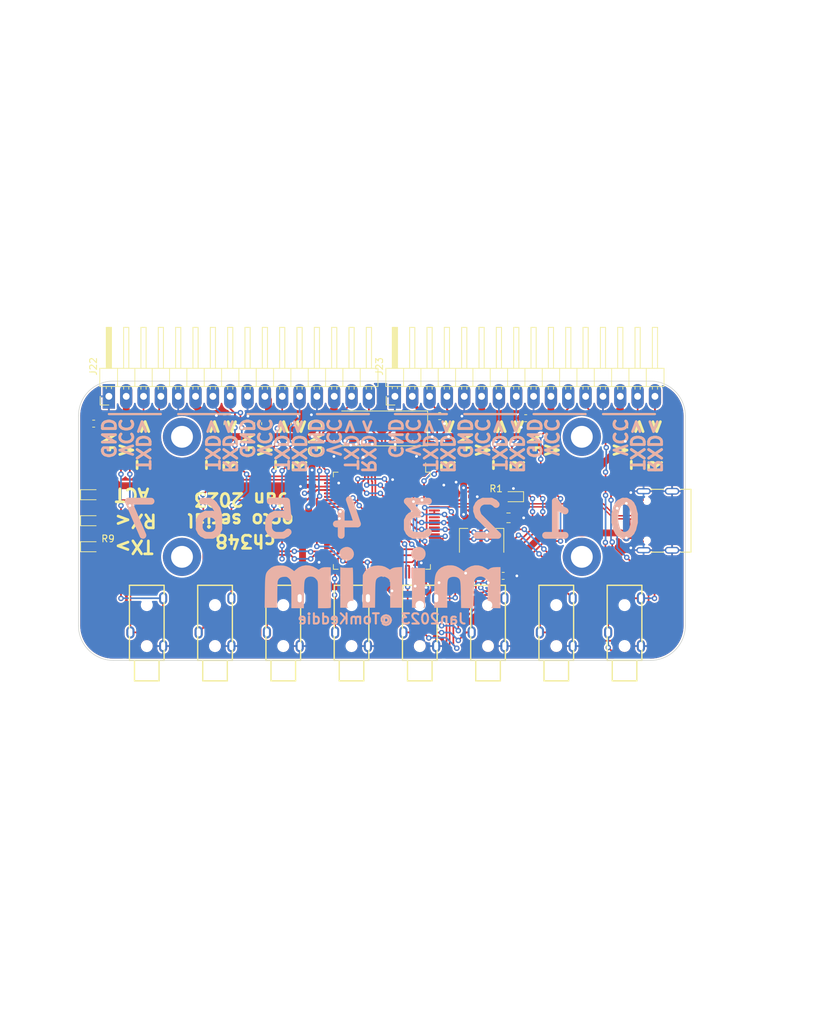
<source format=kicad_pcb>
(kicad_pcb (version 20211014) (generator pcbnew)
  (layers (0 "F.Cu" signal) (31 "B.Cu" signal) (34 "B.Paste" user) (35 "F.Paste" user) (36 "B.SilkS" user "B.Silkscreen") (37 "F.SilkS" user "F.Silkscreen") (38 "B.Mask" user) (39 "F.Mask" user) (44 "Edge.Cuts" user))
  (net 0 "")
  (net 1 "+5V")
  (net 2 "GND")
  (net 3 "+3.3V")
  (net 4 "/RESET")
  (net 5 "/XI")
  (net 6 "/XO")
  (net 7 "Net-(D1-Pad2)")
  (net 8 "Net-(D2-Pad2)")
  (net 9 "Net-(D3-Pad2)")
  (net 10 "Net-(D4-Pad2)")
  (net 11 "Net-(J1-PadA5)")
  (net 12 "/USB_P")
  (net 13 "/USB_N")
  (net 15 "Net-(J1-PadB5)")
  (net 17 "/RXD4")
  (net 18 "/TXD4")
  (net 19 "/RXD5")
  (net 20 "/TXD5")
  (net 21 "/RXD6")
  (net 22 "/TXD6")
  (net 23 "/RXD7")
  (net 24 "/TXD7")
  (net 25 "/RXD0")
  (net 26 "/TXD0")
  (net 27 "/RXD1")
  (net 28 "/TXD1")
  (net 29 "/RXD2")
  (net 30 "/TXD2")
  (net 31 "/RXD3")
  (net 32 "/TXD3")
  (net 33 "Net-(U1-Pad23)")
  (net 34 "Net-(U1-Pad31)")
  (net 36 "Net-(U1-Pad35)")
  (net 37 "Net-(U1-Pad51)")
  (net 38 "Net-(U1-Pad52)")
  (net 39 "Net-(U1-Pad70)")
  (net 40 "Net-(U1-Pad90)")
  (net 41 "Net-(U1-Pad95)")
  (net 49 "/ACT")
  (net 50 "/TEST")
  (net 90 "/CFG")
  (net 91 "/RX_S")
  (net 92 "/TX_S")
  (footprint "tom-passives:C_0603_1608Metric" (layer "F.Cu") (at 121.5 68.5)
    (fp_text reference "C13" hide)
    (fp_text value "10uF,10V,X5R ")
  )
  (footprint "tom-semiconductors:VREG_LM1117MPX-3.3" (layer "F.Cu") (at 127.64 86.7 90)
    (fp_text reference "VR1" hide)
    (fp_text value "LM1117S-ADJ")
  )
  (footprint "tom-passives:C_0402_1005Metric" (layer "F.Cu") (at 106.9 73.915 -90)
    (fp_text reference "C5" hide)
    (fp_text value "10pF,50V,C0G ")
  )
  (footprint "tom-opto:LED_0603_1608Metric" (layer "F.Cu") (at 70.358 87.63)
    (fp_text reference "D4" hide)
    (fp_text value "GREEN")
  )
  (footprint "tom-connectors:JLCPCB_3.5MM_SOCKET_C18166" (layer "F.Cu") (at 78.58 104.2775 90)
    (fp_text reference "J14" hide)
    (fp_text value "JLCPCB_3.5MM_SOCKET_C18166")
  )
  (footprint "tom-passives:C_0603_1608Metric" (layer "F.Cu") (at 100.2 69.65 90)
    (fp_text reference "C20" hide)
    (fp_text value "10uF,10V,X5R ")
  )
  (footprint "tom-passives:C_0402_1005Metric" (layer "F.Cu") (at 111.8 73.484 180)
    (fp_text reference "C3" hide)
    (fp_text value "100nF,16V,X7R ")
  )
  (footprint "tom-passives:R_0402_1005Metric" (layer "F.Cu") (at 125.476 80.264 180)
    (fp_text reference "R6" hide)
    (fp_text value "4.7k")
  )
  (footprint "tom-passives:C_0603_1608Metric" (layer "F.Cu") (at 130.8 91.9)
    (fp_text reference "C1" hide)
    (fp_text value "10uF,25V,X5R ")
  )
  (footprint "tom-passives:R_0402_1005Metric" (layer "F.Cu") (at 116 73.915 -90)
    (fp_text reference "R7" hide)
    (fp_text value "4.7k")
  )
  (footprint "tom-passives:C_0402_1005Metric" (layer "F.Cu") (at 102.616 78.74 180)
    (fp_text reference "C9" hide)
    (fp_text value "100nF,16V,X7R ")
  )
  (footprint "tom-mechanical:MountingHole_3.2mm_M3_DIN965_Pad" (layer "F.Cu") (at 142.32 71.53)
    (fp_text reference "J2" hide)
    (fp_text value "Conn_01x01")
  )
  (footprint "tom-passives:C_0603_1608Metric" (layer "F.Cu") (at 149.55 70.0875 -90)
    (fp_text reference "C16" hide)
    (fp_text value "10uF,10V,X5R ")
  )
  (footprint "tom-passives:R_0402_1005Metric" (layer "F.Cu") (at 111.8 74.5)
    (fp_text reference "R4" hide)
    (fp_text value "4.7k")
  )
  (footprint "tom-passives:C_0402_1005Metric" (layer "F.Cu") (at 104.648 91.948 180)
    (fp_text reference "C12" hide)
    (fp_text value "100nF,16V,X7R ")
  )
  (footprint "tom-passives:C_0402_1005Metric" (layer "F.Cu") (at 123.2 77.8)
    (fp_text reference "C6" hide)
    (fp_text value "100nF,16V,X7R ")
  )
  (footprint "tom-connectors:JLCPCB_3.5MM_SOCKET_C18166" (layer "F.Cu") (at 128.58 104.2775 90)
    (fp_text reference "J8" hide)
    (fp_text value "JLCPCB_3.5MM_SOCKET_C18166")
  )
  (footprint "tom-connectors:JLCPCB_3.5MM_SOCKET_C18166" (layer "F.Cu") (at 108.58 104.2775 90)
    (fp_text reference "J20" hide)
    (fp_text value "JLCPCB_3.5MM_SOCKET_C18166")
  )
  (footprint "tom-passives:R_0402_1005Metric" (layer "F.Cu") (at 72.898 80.01 180)
    (fp_text reference "R5" hide)
    (fp_text value "1k")
  )
  (footprint "tom-mechanical:MountingHole_3.2mm_M3_DIN965_Pad" (layer "F.Cu") (at 83.74 71.53)
    (fp_text reference "J3" hide)
    (fp_text value "Conn_01x01")
  )
  (footprint "tom-passives:C_0603_1608Metric" (layer "F.Cu") (at 94.9 69.6 90)
    (fp_text reference "C19" hide)
    (fp_text value "10uF,10V,X5R ")
  )
  (footprint "tom-passives:C_0402_1005Metric" (layer "F.Cu") (at 117.1 73.915 -90)
    (fp_text reference "C4" hide)
    (fp_text value "10pF,50V,C0G ")
  )
  (footprint "tom-connectors:PinHeader_1x16_P2.54mm_Horizontal" (layer "F.Cu") (at 73.025 65.6 90)
    (fp_text reference "J22")
    (fp_text value "Conn_01x16")
  )
  (footprint "tom-opto:LED_0603_1608Metric" (layer "F.Cu") (at 70.358 83.82)
    (fp_text reference "D3" hide)
    (fp_text value "YELLOW")
  )
  (footprint "tom-opto:LED_0603_1608Metric" (layer "F.Cu") (at 132.3 80.3 180)
    (fp_text reference "D1" hide)
    (fp_text value "WHITE")
  )
  (footprint "tom-passives:C_0402_1005Metric" (layer "F.Cu") (at 114.9 73.915 90)
    (fp_text reference "C7" hide)
    (fp_text value "100nF,16V,X7R ")
  )
  (footprint "tom-passives:R_0402_1005Metric" (layer "F.Cu") (at 154.94 90.17)
    (fp_text reference "R2" hide)
    (fp_text value "5.1k")
  )
  (footprint "tom-opto:LED_0603_1608Metric" (layer "F.Cu") (at 70.358 80.01)
    (fp_text reference "D2" hide)
    (fp_text value "BLUE")
  )
  (footprint "tom-passives:R_0402_1005Metric" (layer "F.Cu") (at 72.898 83.82 180)
    (fp_text reference "R8" hide)
    (fp_text value "1k")
  )
  (footprint "tom-passives:R_0402_1005Metric" (layer "F.Cu") (at 72.898 87.63)
    (fp_text reference "R9")
    (fp_text value "1.5k")
  )
  (footprint "tom-connectors:PinHeader_1x16_P2.54mm_Horizontal" (layer "F.Cu") (at 114.935 65.6 90)
    (fp_text reference "J23")
    (fp_text value "Conn_01x16")
  )
  (footprint "tom-connectors:JLCPCB_3.5MM_SOCKET_C18166" (layer "F.Cu") (at 138.58 104.2775 90)
    (fp_text reference "J10" hide)
    (fp_text value "JLCPCB_3.5MM_SOCKET_C18166")
  )
  (footprint "tom-passives:Crystal_SMD_HC49-SD" (layer "F.Cu") (at 113.03 70.3 180)
    (fp_text reference "X1" hide)
    (fp_text value "8MHz")
  )
  (footprint "tom-passives:R_0402_1005Metric" (layer "F.Cu") (at 154.94 77.47 180)
    (fp_text reference "R3" hide)
    (fp_text value "5.1k")
  )
  (footprint "tom-passives:C_0603_1608Metric" (layer "F.Cu") (at 70.8 69.6 180)
    (fp_text reference "C17" hide)
    (fp_text value "10uF,10V,X5R ")
  )
  (footprint "tom-passives:C_0805_2012Metric" (layer "F.Cu") (at 131.577 83.398)
    (fp_text reference "C2" hide)
    (fp_text value "47uF,6.3V,X5R ")
  )
  (footprint "tom-passives:C_0603_1608Metric" (layer "F.Cu") (at 126.5 69.65 90)
    (fp_text reference "C14" hide)
    (fp_text value "10uF,10V,X5R ")
  )
  (footprint "tom-connectors:JLCPCB_3.5MM_SOCKET_C18166" (layer "F.Cu") (at 98.58 104.2775 90)
    (fp_text reference "J18" hide)
    (fp_text value "JLCPCB_3.5MM_SOCKET_C18166")
  )
  (footprint "tom-passives:R_0402_1005Metric" (layer "F.Cu") (at 129.76 80.3)
    (fp_text reference "R1")
    (fp_text value "2.4k")
  )
  (footprint "tom-connectors:USB_C_Receptacle_LCSC_C165948" (layer "F.Cu") (at 153.67 83.82 90)
    (fp_text reference "J1" hide)
    (fp_text value "USB_C_Receptacle_USB2.0")
  )
  (footprint "tom-semiconductors:LQFP-100_14x14mm_P0.5mm" (layer "F.Cu") (at 113.03 83.82 -90)
    (fp_text reference "U1" hide)
    (fp_text value "CH348L")
  )
  (footprint "tom-mechanical:MountingHole_3.2mm_M3_DIN965_Pad" (layer "F.Cu") (at 142.32 89.11)
    (fp_text reference "J4" hide)
    (fp_text value "Conn_01x01")
  )
  (footprint "tom-passives:C_0402_1005Metric" (layer "F.Cu") (at 120.904 91.948)
    (fp_text reference "C11" hide)
    (fp_text value "100nF,16V,X7R ")
  )
  (footprint "tom-passives:C_0603_1608Metric" (layer "F.Cu") (at 90.4 69.6 90)
    (fp_text reference "C18" hide)
    (fp_text value "10uF,10V,X5R ")
  )
  (footprint "tom-passives:C_0402_1005Metric" (layer "F.Cu") (at 109.3 73.915 90)
    (fp_text reference "C10" hide)
    (fp_text value "100nF,16V,X7R ")
  )
  (footprint "tom-passives:C_0402_1005Metric" (layer "F.Cu") (at 108.284 73.915 90)
    (fp_text reference "C8" hide)
    (fp_text value "100nF,16V,X7R ")
  )
  (footprint "tom-passives:C_0603_1608Metric" (layer "F.Cu") (at 134.1 68.8 180)
    (fp_text reference "C15" hide)
    (fp_text value "10uF,10V,X5R ")
  )
  (footprint "tom-mechanical:MountingHole_3.2mm_M3_DIN965_Pad" (layer "F.Cu") (at 83.74 89.11)
    (fp_text reference "J5" hide)
    (fp_text value "Conn_01x01")
  )
  (footprint "tom-connectors:JLCPCB_3.5MM_SOCKET_C18166" (layer "F.Cu") (at 88.58 104.2775 90)
    (fp_text reference "J16" hide)
    (fp_text value "JLCPCB_3.5MM_SOCKET_C18166")
  )
  (footprint "tom-connectors:JLCPCB_3.5MM_SOCKET_C18166" (layer "F.Cu") (at 148.58 104.2775 90)
    (fp_text reference "J12" hide)
    (fp_text value "JLCPCB_3.5MM_SOCKET_C18166")
  )
  (footprint "tom-connectors:JLCPCB_3.5MM_SOCKET_C18166" (layer "F.Cu") (at 118.58 104.2775 90)
    (fp_text reference "J6" hide)
    (fp_text value "JLCPCB_3.5MM_SOCKET_C18166")
  )
  (footprint "library:minim-logo-black-small" (layer "B.Cu") (at 113.03 92.101298 180)
    (fp_text reference "G***")
    (fp_text value "LOGO" hide)
  )
  (gr_line (start 145.415 68.2) (end 153.035 68.2) (layer "B.SilkS") (width 0.3))
  (gr_line (start 73.025 68.2) (end 80.645 68.2) (layer "B.SilkS") (width 0.3))
  (gr_line (start 93.345 68.2) (end 100.965 68.2) (layer "B.SilkS") (width 0.3))
  (gr_line (start 83.185 68.2) (end 90.805 68.2) (layer "B.SilkS") (width 0.3))
  (gr_line (start 125.095 68.2) (end 132.715 68.2) (layer "B.SilkS") (width 0.3))
  (gr_line (start 114.935 68.2) (end 122.555 68.2) (layer "B.SilkS") (width 0.3))
  (gr_line (start 103.505 68.2) (end 111.125 68.2) (layer "B.SilkS") (width 0.3))
  (gr_line (start 135.255 68.2) (end 142.875 68.2) (layer "B.SilkS") (width 0.3))
  (gr_line (start 135.255 68.2) (end 142.875 68.2) (layer "F.SilkS") (width 0.3))
  (gr_line (start 93.345 68.2) (end 100.965 68.2) (layer "F.SilkS") (width 0.3))
  (gr_line (start 103.505 68.2) (end 111.125 68.2) (layer "F.SilkS") (width 0.3))
  (gr_line (start 73.025 68.2) (end 80.645 68.2) (layer "F.SilkS") (width 0.3))
  (gr_line (start 145.415 68.2) (end 153.035 68.2) (layer "F.SilkS") (width 0.3))
  (gr_line (start 83.185 68.2) (end 90.805 68.2) (layer "F.SilkS") (width 0.3))
  (gr_line (start 114.935 68.2) (end 122.555 68.2) (layer "F.SilkS") (width 0.3))
  (gr_line (start 125.095 68.2) (end 132.715 68.2) (layer "F.SilkS") (width 0.3))
  (gr_line (start 68.58 99.19) (end 68.58 68.45) (layer "Edge.Cuts") (width 0.1))
  (gr_line (start 73.66 104.27) (end 152.4 104.27) (layer "Edge.Cuts") (width 0.1))
  (gr_arc (start 152.4 63.37) (mid 155.992102 64.857898) (end 157.48 68.45) (layer "Edge.Cuts") (width 0.1))
  (gr_arc (start 68.58 68.45) (mid 70.067898 64.857898) (end 73.66 63.37) (layer "Edge.Cuts") (width 0.1))
  (gr_line (start 152.4 63.37) (end 73.66 63.37) (layer "Edge.Cuts") (width 0.1))
  (gr_line (start 157.48 68.45) (end 157.48 99.19) (layer "Edge.Cuts") (width 0.1))
  (gr_arc (start 157.48 99.19) (mid 155.992102 102.782102) (end 152.4 104.27) (layer "Edge.Cuts") (width 0.1))
  (gr_arc (start 73.66 104.27) (mid 70.067898 102.782102) (end 68.58 99.19) (layer "Edge.Cuts") (width 0.1))
  (gr_text "VCC" (at 137.8525 68.6 270) (layer "B.SilkS") (effects (font (size 1.9 1.9) (thickness 0.4)) (justify right mirror)))
  (gr_text "1" (at 138.44 83.7) (layer "B.SilkS") (effects (font (size 5 5) (thickness 1)) (justify mirror)))
  (gr_text "0" (at 148.6 83.7) (layer "B.SilkS") (effects (font (size 5 5) (thickness 1)) (justify mirror)))
  (gr_text "VCC" (at 105.94375 68.6 270) (layer "B.SilkS") (effects (font (size 1.9 1.9) (thickness 0.4)) (justify right mirror)))
  (gr_text "7" (at 77.54 83.7) (layer "B.SilkS") (effects (font (size 5 5) (thickness 1)) (justify mirror)))
  (gr_text "VCC" (at 147.8925 68.6 270) (layer "B.SilkS") (effects (font (size 1.9 1.9) (thickness 0.4)) (justify right mirror)))
  (gr_text "VCC" (at 127.6925 68.6 270) (layer "B.SilkS") (effects (font (size 1.9 1.9) (thickness 0.4)) (justify right mirror)))
  (gr_text "TXD>" (at 130.2325 68.6 270) (layer "B.SilkS") (effects (font (size 1.9 1.9) (thickness 0.4)) (justify right mirror)))
  (gr_text "4" (at 108.02 83.7) (layer "B.SilkS") (effects (font (size 5 5) (thickness 1)) (justify mirror)))
  (gr_text "VCC" (at 95.78375 68.6 270) (layer "B.SilkS") (effects (font (size 1.9 1.9) (thickness 0.4)) (justify right mirror)))
  (gr_text "RXD<" (at 122.6125 68.6 270) (layer "B.SilkS") (effects (font (size 1.9 1.9) (thickness 0.4)) (justify right mirror)))
  (gr_text "VCC" (at 117.5325 68.6 270) (layer "B.SilkS") (effects (font (size 1.9 1.9) (thickness 0.4)) (justify right mirror)))
  (gr_text "VCC" (at 75.48375 68.6 270) (layer "B.SilkS") (effects (font (size 1.9 1.9) (thickness 0.4)) (justify right mirror)))
  (gr_text "TXD>" (at 88.18375 68.6 270) (layer "B.SilkS") (effects (font (size 1.9 1.9) (thickness 0.4)) (justify right mirror)))
  (gr_text "RXD<" (at 132.7725 68.6 270) (layer "B.SilkS") (effects (font (size 1.9 1.9) (thickness 0.4)) (justify right mirror)))
  (gr_text "RXD<" (at 152.9725 68.6 270) (layer "B.SilkS") (effects (font (size 1.9 1.9) (thickness 0.4)) (justify right mirror)))
  (gr_text "Jan2023 @TomKeddie" (at 113.03 98.2) (layer "B.SilkS") (effects (font (size 1.5 1.5) (thickness 0.3)) (justify mirror)))
  (gr_text "TXD>" (at 108.48375 68.6 270) (layer "B.SilkS") (effects (font (size 1.9 1.9) (thickness 0.4)) (justify right mirror)))
  (gr_text "RXD<" (at 100.86375 68.6 270) (layer "B.SilkS") (effects (font (size 1.9 1.9) (thickness 0.4)) (justify right mirror)))
  (gr_text "RXD<" (at 111.02375 68.6 270) (layer "B.SilkS") (effects (font (size 1.9 1.9) (thickness 0.4)) (justify right mirror)))
  (gr_text "GND" (at 114.9925 68.6 270) (layer "B.SilkS") (effects (font (size 1.9 1.9) (thickness 0.4)) (justify right mirror)))
  (gr_text "TXD>" (at 120.0725 68.6 270) (layer "B.SilkS") (effects (font (size 1.9 1.9) (thickness 0.4)) (justify right mirror)))
  (gr_text "3" (at 118.18 83.7) (layer "B.SilkS") (effects (font (size 5 5) (thickness 1)) (justify mirror)))
  (gr_text "TXD>" (at 98.32375 68.6 270) (layer "B.SilkS") (effects (font (size 1.9 1.9) (thickness 0.4)) (justify right mirror)))
  (gr_text "RXD<" (at 90.72375 68.6 270) (layer "B.SilkS") (effects (font (size 1.9 1.9) (thickness 0.4)) (justify right mirror)))
  (gr_text "GND" (at 93.24375 68.6 270) (layer "B.SilkS") (effects (font (size 1.9 1.9) (thickness 0.4)) (justify right mirror)))
  (gr_text "2" (at 128.34 83.7) (layer "B.SilkS") (effects (font (size 5 5) (thickness 1)) (justify mirror)))
  (gr_text "TXD>" (at 150.4325 68.6 270) (layer "B.SilkS") (effects (font (size 1.9 1.9) (thickness 0.4)) (justify right mirror)))
  (gr_text "6" (at 87.7 83.7) (layer "B.SilkS") (effects (font (size 5 5) (thickness 1)) (justify mirror)))
  (gr_text "GND" (at 103.40375 68.6 270) (layer "B.SilkS") (effects (font (size 1.9 1.9) (thickness 0.4)) (justify right mirror)))
  (gr_text "GND" (at 72.94375 68.6 270) (layer "B.SilkS") (effects (font (size 1.9 1.9) (thickness 0.4)) (justify right mirror)))
  (gr_text "5" (at 97.86 83.7) (layer "B.SilkS") (effects (font (size 5 5) (thickness 1)) (justify mirror)))
  (gr_text "GND" (at 125.1525 68.6 270) (layer "B.SilkS") (effects (font (size 1.9 1.9) (thickness 0.4)) (justify right mirror)))
  (gr_text "GND" (at 135.3125 68.6 270) (layer "B.SilkS") (effects (font (size 1.9 1.9) (thickness 0.4)) (justify right mirror)))
  (gr_text "TXD>" (at 78.02375 68.6 270) (layer "B.SilkS") (effects (font (size 1.9 1.9) (thickness 0.4)) (justify right mirror)))
  (gr_text "TXD>" (at 98.50375 68.6 90) (layer "F.SilkS") (effects (font (size 1.9 1.9) (thickness 0.4)) (justify right)))
  (gr_text "ACT" (at 73.66 80.01 180) (layer "F.SilkS") (effects (font (size 1.9 1.9) (thickness 0.4)) (justify right)))
  (gr_text "VCC" (at 138.0325 68.6 90) (layer "F.SilkS") (effects (font (size 1.9 1.9) (thickness 0.4)) (justify right)))
  (gr_text "ch348 \nocto serial\nJan 2023" (at 92.3 83.75 180) (layer "F.SilkS") (effects (font (size 1.9 1.9) (thickness 0.4))))
  (gr_text "TXD>" (at 78.20375 68.6 90) (layer "F.SilkS") (effects (font (size 1.9 1.9) (thickness 0.4)) (justify right)))
  (gr_text "GND" (at 125.3325 68.6 90) (layer "F.SilkS") (effects (font (size 1.9 1.9) (thickness 0.4)) (justify right)))
  (gr_text "GND" (at 73.12375 68.6 90) (layer "F.SilkS") (effects (font (size 1.9 1.9) (thickness 0.4)) (justify right)))
  (gr_text "VCC" (at 95.96375 68.6 90) (layer "F.SilkS") (effects (font (size 1.9 1.9) (thickness 0.4)) (justify right)))
  (gr_text "VCC" (at 75.66375 68.6 90) (layer "F.SilkS") (effects (font (size 1.9 1.9) (thickness 0.4)) (justify right)))
  (gr_text "GND" (at 135.4925 68.6 90) (layer "F.SilkS") (effects (font (size 1.9 1.9) (thickness 0.4)) (justify right)))
  (gr_text "TXD>" (at 150.6125 68.6 90) (layer "F.SilkS") (effects (font (size 1.9 1.9) (thickness 0.4)) (justify right)))
  (gr_text "RX<" (at 73.66 83.82 180) (layer "F.SilkS") (effects (font (size 1.9 1.9) (thickness 0.4)) (justify right)))
  (gr_text "TX>" (at 73.66 87.63 180) (layer "F.SilkS") (effects (font (size 1.9 1.9) (thickness 0.4)) (justify right)))
  (gr_text "RXD<" (at 153.1525 68.6 90) (layer "F.SilkS") (effects (font (size 1.9 1.9) (thickness 0.4)) (justify right)))
  (gr_text "RXD<" (at 101.04375 68.6 90) (layer "F.SilkS") (effects (font (size 1.9 1.9) (thickness 0.4)) (justify right)))
  (gr_text "RXD<" (at 90.90375 68.6 90) (layer "F.SilkS") (effects (font (size 1.9 1.9) (thickness 0.4)) (justify right)))
  (gr_text "VCC" (at 127.8725 68.6 90) (layer "F.SilkS") (effects (font (size 1.9 1.9) (thickness 0.4)) (justify right)))
  (gr_text "RXD<" (at 132.9525 68.6 90) (layer "F.SilkS") (effects (font (size 1.9 1.9) (thickness 0.4)) (justify right)))
  (gr_text "GND" (at 103.425 68.6 90) (layer "F.SilkS") (effects (font (size 1.9 1.9) (thickness 0.4)) (justify right)))
  (gr_text "RXD<" (at 122.7925 68.6 90) (layer "F.SilkS") (effects (font (size 1.9 1.9) (thickness 0.4)) (justify right)))
  (gr_text "TXD>" (at 88.36375 68.6 90) (layer "F.SilkS") (effects (font (size 1.9 1.9) (thickness 0.4)) (justify right)))
  (gr_text "TXD>" (at 130.4125 68.6 90) (layer "F.SilkS") (effects (font (size 1.9 1.9) (thickness 0.4)) (justify right)))
  (gr_text "GND" (at 93.42375 68.6 90) (layer "F.SilkS") (effects (font (size 1.9 1.9) (thickness 0.4)) (justify right)))
  (gr_text "VCC" (at 148.0725 68.6 90) (layer "F.SilkS") (effects (font (size 1.9 1.9) (thickness 0.4)) (justify right)))
  (segment (start 148.094 85.61) (end 136.79 85.61) (width 1) (layer "F.Cu") (net 1))
  (segment (start 148.854 81.27) (end 148.844 81.28) (width 0.25) (layer "F.Cu") (net 1))
  (segment (start 150.52 81.57) (end 149.134 81.57) (width 0.25) (layer "F.Cu") (net 1))
  (segment (start 149.134 81.57) (end 148.844 81.28) (width 0.25) (layer "F.Cu") (net 1))
  (segment (start 132.8 89.6) (end 129.94 89.6) (width 1) (layer "F.Cu") (net 1))
  (segment (start 149.134 86.07) (end 148.844 86.36) (width 0.25) (layer "F.Cu") (net 1))
  (segment (start 148.854 86.37) (end 148.844 86.36) (width 0.25) (layer "F.Cu") (net 1))
  (segment (start 150.52 81.27) (end 148.854 81.27) (width 0.25) (layer "F.Cu") (net 1))
  (segment (start 150.52 86.37) (end 148.854 86.37) (width 0.25) (layer "F.Cu") (net 1))
  (segment (start 148.844 86.36) (end 148.094 85.61) (width 1) (layer "F.Cu") (net 1))
  (segment (start 129.94 91.7685) (end 129.94 89.6) (width 0.5) (layer "F.Cu") (net 1))
  (segment (start 136.79 85.61) (end 132.8 89.6) (width 1) (layer "F.Cu") (net 1))
  (segment (start 150.52 86.07) (end 149.134 86.07) (width 0.25) (layer "F.Cu") (net 1))
  (via (at 148.844 86.36) (size 0.8) (drill 0.4) (layers "F.Cu" "B.Cu") (net 1))
  (via (at 148.844 81.28) (size 0.8) (drill 0.4) (layers "F.Cu" "B.Cu") (net 1))
  (segment (start 148.844 81.28) (end 148.844 86.36) (width 1) (layer "B.Cu") (net 1))
  (segment (start 150.114 86.868) (end 149.606 87.376) (width 0.25) (layer "F.Cu") (net 2))
  (segment (start 149.606 79.502) (end 149.86 79.756) (width 0.25) (layer "F.Cu") (net 2))
  (segment (start 118.53 91.495) (end 118.53 90.27) (width 0.25) (layer "F.Cu") (net 2))
  (segment (start 131.5875 91.9) (end 132.8 91.9) (width 0.25) (layer "F.Cu") (net 2))
  (segment (start 125.34 91.46) (end 125.3 91.5) (width 0.25) (layer "F.Cu") (net 2))
  (segment (start 105.355 78.32) (end 106.68 78.32) (width 0.25) (layer "F.Cu") (net 2))
  (segment (start 108.284 73.43) (end 108.284 72.925839) (width 0.25) (layer "F.Cu") (net 2))
  (segment (start 102.131 78.74) (end 101.16 78.74) (width 0.25) (layer "F.Cu") (net 2))
  (segment (start 149.86 80.01) (end 150.32 80.47) (width 0.25) (layer "F.Cu") (net 2))
  (segment (start 121.389 91.948) (end 121.389 92.889) (width 0.25) (layer "F.Cu") (net 2))
  (segment (start 123.685 77.8) (end 123.9005 78.0155) (width 0.25) (layer "F.Cu") (net 2))
  (segment (start 114.9 72.714615) (end 114.9795 72.635115) (width 0.25) (layer "F.Cu") (net 2))
  (segment (start 121.82 78.32) (end 122.1 78.6) (width 0.25) (layer "F.Cu") (net 2))
  (segment (start 150.27 80.47) (end 149.5 79.7) (width 0.25) (layer "F.Cu") (net 2))
  (segment (start 149.606 80.01) (end 149.606 79.502) (width 0.25) (layer "F.Cu") (net 2))
  (segment (start 132.5145 83.398) (end 133.798 83.398) (width 0.25) (layer "F.Cu") (net 2))
  (segment (start 149.606 87.376) (end 149.606 87.63) (width 0.25) (layer "F.Cu") (net 2))
  (segment (start 102.7 68.3) (end 102.1375 68.8625) (width 0.25) (layer "F.Cu") (net 2))
  (segment (start 104.404599 89.32) (end 103.818503 89.906096) (width 0.25) (layer "F.Cu") (net 2))
  (segment (start 109.53 75.269059) (end 110.29473 74.504329) (width 0.25) (layer "F.Cu") (net 2))
  (segment (start 89.187902 68.8125) (end 88.776558 68.401156) (width 0.25) (layer "F.Cu") (net 2))
  (segment (start 150.13 87.17) (end 149.5 87.8) (width 0.25) (layer "F.Cu") (net 2))
  (segment (start 111.315 73.484) (end 111.315 72.885) (width 0.25) (layer "F.Cu") (net 2))
  (segment (start 105.355 89.32) (end 104.404599 89.32) (width 0.25) (layer "F.Cu") (net 2))
  (segment (start 93.7125 68.8125) (end 94.9 68.8125) (width 0.25) (layer "F.Cu") (net 2))
  (segment (start 106.62 83.32) (end 106.8 83.5) (width 0.25) (layer "F.Cu") (net 2))
  (segment (start 125.34 89.6) (end 125.34 91.46) (width 0.25) (layer "F.Cu") (net 2))
  (segment (start 150.066 87.17) (end 149.606 87.63) (width 0.25) (layer "F.Cu") (net 2))
  (segment (start 126.5 68.8625) (end 125.1125 68.8625) (width 0.25) (layer "F.Cu") (net 2))
  (segment (start 102.1375 68.8625) (end 100.2 68.8625) (width 0.25) (layer "F.Cu") (net 2))
  (segment (start 101.16 78.74) (end 101.1 78.8) (width 0.25) (layer "F.Cu") (net 2))
  (segment (start 111.315 72.885) (end 111.6 72.6) (width 0.25) (layer "F.Cu") (net 2))
  (segment (start 109.3 72.616139) (end 109.283361 72.5995) (width 0.25) (layer "F.Cu") (net 2))
  (segment (start 109.3 73.43) (end 109.3 72.616139) (width 0.25) (layer "F.Cu") (net 2))
  (segment (start 120.705 78.32) (end 121.82 78.32) (width 0.25) (layer "F.Cu") (net 2))
  (segment (start 114.9 73.43) (end 114.9 72.714615) (width 0.25) (layer "F.Cu") (net 2))
  (segment (start 122.2875 68.5) (end 122.2875 69.5125) (width 0.25) (layer "F.Cu") (net 2))
  (segment (start 108.284 72.925839) (end 108.45583 72.754009) (width 0.25) (layer "F.Cu") (net 2))
  (segment (start 106.68 78.32) (end 106.7 78.3) (width 0.25) (layer "F.Cu") (net 2))
  (segment (start 90.4 68.8125) (end 89.187902 68.8125) (width 0.25) (layer "F.Cu") (net 2))
  (segment (start 110.03 76.145) (end 110.03 74.769059) (width 0.25) (layer "F.Cu") (net 2))
  (segment (start 149.86 79.756) (end 149.86 80.01) (width 0.25) (layer "F.Cu") (net 2))
  (segment (start 109.53 76.145) (end 109.53 75.269059) (width 0.25) (layer "F.Cu") (net 2))
  (segment (start 133.798 83.398) (end 133.8 83.4) (width 0.25) (layer "F.Cu") (net 2))
  (segment (start 114.53 77.73) (end 114.6 77.8) (width 0.25) (layer "F.Cu") (net 2))
  (segment (start 125.961 80.264) (end 126.964 80.264) (width 0.25) (layer "F.Cu") (net 2))
  (segment (start 117.1 74.4) (end 118.1 74.4) (width 0.25) (layer "F.Cu") (net 2))
  (segment (start 150.366 80.77) (end 149.606 80.01) (width 0.25) (layer "F.Cu") (net 2))
  (segment (start 114.53 76.145) (end 114.53 77.73) (width 0.25) (layer "F.Cu") (net 2))
  (segment (start 110.03 74.769059) (end 110.29473 74.504329) (width 0.25) (layer "F.Cu") (net 2))
  (segment (start 122.2875 69.5125) (end 122.2 69.6) (width 0.25) (layer "F.Cu") (net 2))
  (segment (start 105.355 83.32) (end 106.62 83.32) (width 0.25) (layer "F.Cu") (net 2))
  (segment (start 123.9005 78.0155) (end 123.9005 78.169206) (width 0.25) (layer "F.Cu") (net 2))
  (segment (start 107 74.4) (end 106 74.4) (width 0.25) (layer "F.Cu") (net 2))
  (segment (start 118.53 90.27) (end 118.8 90) (width 0.25) (layer "F.Cu") (net 2))
  (segment (start 93.4 68.5) (end 93.7125 68.8125) (width 0.25) (layer "F.Cu") (net 2))
  (segment (start 126.964 80.264) (end 127 80.3) (width 0.25) (layer "F.Cu") (net 2))
  (segment (start 121.389 92.889) (end 121.4 92.9) (width 0.25) (layer "F.Cu") (net 2))
  (segment (start 125.1125 68.8625) (end 124.75 68.5) (width 0.25) (layer "F.Cu") (net 2))
  (via (at 118.1 74.4) (size 0.8) (drill 0.4) (layers "F.Cu" "B.Cu") (net 2))
  (via (at 108.45583 72.754009) (size 0.8) (drill 0.4) (layers "F.Cu" "B.Cu") (net 2))
  (via (at 93.4 68.5) (size 0.8) (drill 0.4) (layers "F.Cu" "B.Cu") (net 2))
  (via (at 111.6 72.6) (size 0.8) (drill 0.4) (layers "F.Cu" "B.Cu") (net 2))
  (via (at 88.776558 68.401156) (size 0.8) (drill 0.4) (layers "F.Cu" "B.Cu") (net 2))
  (via (at 123.9005 78.169206) (size 0.8) (drill 0.4) (layers "F.Cu" "B.Cu") (net 2))
  (via (at 149.5 87.8) (size 0.8) (drill 0.4) (layers "F.Cu" "B.Cu") (net 2))
  (via (at 102.7 68.3) (size 0.8) (drill 0.4) (layers "F.Cu" "B.Cu") (net 2))
  (via (at 118.8 90) (size 0.8) (drill 0.4) (layers "F.Cu" "B.Cu") (net 2))
  (via (at 114.6 77.8) (size 0.8) (drill 0.4) (layers "F.Cu" "B.Cu") (net 2))
  (via (at 124.75 68.5) (size 0.8) (drill 0.4) (layers "F.Cu" "B.Cu") (net 2))
  (via (at 148.7 72.2) (size 0.8) (drill 0.4) (layers "F.Cu" "B.Cu") (net 2))
  (via (at 106.8 83.5) (size 0.8) (drill 0.4) (layers "F.Cu" "B.Cu") (net 2))
  (via (at 132.3 79.1) (size 0.8) (drill 0.4) (layers "F.Cu" "B.Cu") (net 2))
  (via (at 133.8 83.4) (size 0.8) (drill 0.4) (layers "F.Cu" "B.Cu") (net 2))
  (via (at 106.7 78.3) (size 0.8) (drill 0.4) (layers "F.Cu" "B.Cu") (net 2))
  (via (at 101.1 78.8) (size 0.8) (drill 0.4) (layers "F.Cu" "B.Cu") (net 2))
  (via (at 103.818503 89.906096) (size 0.8) (drill 0.4) (layers "F.Cu" "B.Cu") (net 2))
  (via (at 133.4395 70.148197) (size 0.8) (drill 0.4) (layers "F.Cu" "B.Cu") (net 2))
  (via (at 114.9795 72.635115) (size 0.8) (drill 0.4) (layers "F.Cu" "B.Cu") (net 2))
  (via (at 122.1 78.6) (size 0.8) (drill 0.4) (layers "F.Cu" "B.Cu") (net 2))
  (via (at 110.29473 74.504329) (size 0.8) (drill 0.4) (layers "F.Cu" "B.Cu") (net 2))
  (via (at 122.2 69.6) (size 0.8) (drill 0.4) (layers "F.Cu" "B.Cu") (net 2))
  (via (at 125.3 91.5) (size 0.8) (drill 0.4) (layers "F.Cu" "B.Cu") (net 2))
  (via (at 109.283361 72.5995) (size 0.8) (drill 0.4) (layers "F.Cu" "B.Cu") (net 2))
  (via (at 121.4 92.9) (size 0.8) (drill 0.4) (layers "F.Cu" "B.Cu") (net 2))
  (via (at 106 74.4) (size 0.8) (drill 0.4) (layers "F.Cu" "B.Cu") (net 2))
  (via (at 127 80.3) (size 0.8) (drill 0.4) (layers "F.Cu" "B.Cu") (net 2))
  (via (at 132.8 91.9) (size 0.8) (drill 0.4) (layers "F.Cu" "B.Cu") (net 2))
  (via (at 149.5 79.7) (size 0.8) (drill 0.4) (layers "F.Cu" "B.Cu") (net 2))
  (segment (start 74.05 78.25) (end 74.5 78.7) (width 1) (layer "F.Cu") (net 3))
  (segment (start 134.8875 68.8) (end 136.62 68.8) (width 0.25) (layer "F.Cu") (net 3))
  (segment (start 124.205 76.6) (end 125 77.395) (width 1) (layer "F.Cu") (net 3))
  (segment (start 107.6 73.734216) (end 107.6 72.1) (width 0.25) (layer "F.Cu") (net 3))
  (segment (start 122.715 77.8) (end 122.715 76.885) (width 0.25) (layer "F.Cu") (net 3))
  (segment (start 130.6395 83.398) (end 128.042 83.398) (width 0.5) (layer "F.Cu") (net 3))
  (segment (start 109.318216 74.4) (end 110.4 73.318216) (width 0.25) (layer "F.Cu") (net 3))
  (segment (start 119.5 92.867) (end 120.419 91.948) (width 0.25) (layer "F.Cu") (net 3))
  (segment (start 103.101 78.758216) (end 102.059216 79.8) (width 0.25) (layer "F.Cu") (net 3))
  (segment (start 147.955 67.495) (end 147.32 68.13) (width 1) (layer "F.Cu") (net 3))
  (segment (start 106.045 65.6) (end 106.045 67.455) (width 1) (layer "F.Cu") (net 3))
  (segment (start 102.8 70.7) (end 102.8 71.5) (width 1) (layer "F.Cu") (net 3))
  (segment (start 122.8 76.6) (end 124.205 76.6) (width 1) (layer "F.Cu") (net 3))
  (segment (start 102.3 86.5) (end 101.4 87.4) (width 1) (layer "F.Cu") (net 3))
  (segment (start 94.9 70.3875) (end 94.9 71.25) (width 0.25) (layer "F.Cu") (net 3))
  (segment (start 105.355 89.82) (end 105.355 91.726) (width 0.25) (layer "F.Cu") (net 3))
  (segment (start 102.8 71.5) (end 96.7 71.5) (width 1) (layer "F.Cu") (net 3))
  (segment (start 73.383 80.01) (end 73.383 78.917) (width 0.25) (layer "F.Cu") (net 3))
  (segment (start 125 77.395) (end 125 79) (width 1) (layer "F.Cu") (net 3))
  (segment (start 119.03 91.495) (end 119.966 91.495) (width 0.25) (layer "F.Cu") (net 3))
  (segment (start 75.565 69.265) (end 76.2 69.9) (width 1) (layer "F.Cu") (net 3))
  (segment (start 103.6 69.9) (end 102.8 70.7) (width 1) (layer "F.Cu") (net 3))
  (segment (start 113.9 93.5) (end 114.5 94.1) (width 1) (layer "F.Cu") (net 3))
  (segment (start 120.4 69.5) (end 120.4 71.5) (width 0.5) (layer "F.Cu") (net 3))
  (segment (start 134.6 71.5) (end 139.5 76.4) (width 1) (layer "F.Cu") (net 3))
  (segment (start 137.795 65.6) (end 137.795 68.305) (width 1) (layer "F.Cu") (net 3))
  (segment (start 102.059216 79.8) (end 101.7 79.8) (width 0.25) (layer "F.Cu") (net 3))
  (segment (start 147.32 73.58) (end 147.32 69.32) (width 1) (layer "F.Cu") (net 3))
  (segment (start 127.675 70.375) (end 127.675 71.475) (width 1) (layer "F.Cu") (net 3))
  (segment (start 76.2 69.9) (end 76.2 72.6) (width 1) (layer "F.Cu") (net 3))
  (segment (start 95.15 71.5) (end 91.2 71.5) (width 1) (layer "F.Cu") (net 3))
  (segment (start 114.255 73.773216) (end 114.255 72.015993) (width 0.25) (layer "F.Cu") (net 3))
  (segment (start 122.8 71.5) (end 127.7 71.5) (width 1) (layer "F.Cu") (net 3))
  (segment (start 96.4 71.5) (end 95.15 71.5) (width 1) (layer "F.Cu") (net 3))
  (segment (start 111.315 74.5) (end 110.4 73.585) (width 0.25) (layer "F.Cu") (net 3))
  (segment (start 120.7125 68.5) (end 119.5 68.5) (width 0.25) (layer "F.Cu") (net 3))
  (segment (start 101.4 87.4) (end 101.4 92.2) (width 1) (layer "F.Cu") (net 3))
  (segment (start 125 83) (end 125.8 83.8) (width 1) (layer "F.Cu") (net 3))
  (segment (start 75.565 65.6) (end 75.565 69.265) (width 1) (layer "F.Cu") (net 3))
  (segment (start 100.7375 69.9) (end 103.6 69.9) (width 0.25) (layer "F.Cu") (net 3))
  (segment (start 76.2 72.6) (end 73.6 75.2) (width 1) (layer "F.Cu") (net 3))
  (segment (start 127.5505 83.8895) (end 127.5505 89.5105) (width 0.5) (layer "F.Cu") (net 3))
  (segment (start 74.5 78.7) (end 84 78.7) (width 1) (layer "F.Cu") (net 3))
  (segment (start 125 82.9) (end 125 83) (width 1) (layer "F.Cu") (net 3))
  (segment (start 96.7 71.5) (end 96.4 71.5) (width 1) (layer "F.Cu") (net 3))
  (segment (start 89.5 70.8) (end 85.725 67.025) (width 1) (layer "F.Cu") (net 3))
  (segment (start 120.705 77.82) (end 122.695 77.82) (width 0.25) (layer "F.Cu") (net 3))
  (segment (start 96.4 66.115) (end 96.4 71.5) (width 1) (layer "F.Cu") (net 3))
  (segment (start 108.265784 74.4) (end 107.6 73.734216) (width 0.25) (layer "F.Cu") (net 3))
  (segment (start 102.8 71.5) (end 102.8 76.4) (width 1) (layer "F.Cu") (net 3))
  (segment (start 137.795 68.305) (end 134.6 71.5) (width 1) (layer "F.Cu") (net 3))
  (segment (start 110.4 73.318216) (end 110.4 72.9) (width 0.25) (layer "F.Cu") (net 3))
  (segment (start 127.9 79) (end 125 79) (width 0.25) (layer "F.Cu") (net 3))
  (segment (start 110.4 72.9) (end 110.4 72.3) (width 0.25) (layer "F.Cu") (net 3))
  (segment (start 106.045 67.455) (end 103.6 69.9) (width 1) (layer "F.Cu") (net 3))
  (segment (start 85.725 67.025) (end 85.725 65.6) (width 1) (layer "F.Cu") (net 3))
  (segment (start 129.2 80.3) (end 127.9 79) (width 0.25) (layer "F.Cu") (net 3))
  (segment (start 105.355 91.726) (end 105.133 91.948) (width 0.25) (layer "F.Cu") (net 3))
  (segment (start 122.8 76.8) (end 122.8 76.6) (width 0.25) (layer "F.Cu") (net 3))
  (segment (start 105.355 78.82) (end 103.181 78.82) (width 0.25) (layer "F.Cu") (net 3))
  (segment (start 122.8 76.6) (end 122.8 71.5) (width 1) (layer "F.Cu") (net 3))
  (segment (start 76.2 69.9) (end 75.9 69.6) (width 0.25) (layer "F.Cu") (net 3))
  (segment (start 109.03 74.67) (end 109.3 74.4) (width 0.25) (layer "F.Cu") (net 3))
  (segment (start 73.6 77.8) (end 74.05 78.25) (width 1) (layer "F.Cu") (net 3))
  (segment (start 108.53 76.145) (end 108.53 74.646) (width 0.25) (layer "F.Cu") (net 3))
  (segment (start 102.3 81.8) (end 102.3 86.5) (width 1) (layer "F.Cu") (net 3))
  (segment (start 90.2 71.5) (end 89.5 70.8) (width 1) (layer "F.Cu") (net 3))
  (segment (start 73.6 75.2) (end 73.6 77.8) (width 1) (layer "F.Cu") (net 3))
  (segment (start 105.133 91.948) (end 105.133 92.867) (width 0.25) (layer "F.Cu") (net 3))
  (segment (start 110.4 73.585) (end 110.4 72.9) (width 0.25) (layer "F.Cu") (net 3))
  (segment (start 75.9 69.6) (end 71.5875 69.6) (width 0.25) (layer "F.Cu") (net 3))
  (segment (start 126.5 70.4375) (end 127.6125 70.4375) (width 0.25) (layer "F.Cu") (net 3))
  (segment (start 102.7 93.5) (end 104.5 93.5) (width 1) (layer "F.Cu") (net 3))
  (segment (start 105.133 92.867) (end 104.5 93.5) (width 0.25) (layer "F.Cu") (net 3))
  (segment (start 95.885 65.6) (end 96.4 66.115) (width 1) (layer "F.Cu") (net 3))
  (segment (start 119.5 68.5) (end 119.45 68.55) (width 0.25) (layer "F.Cu") (net 3))
  (segment (start 147.3275 69.3125) (end 149.5375 69.3125) (width 0.25) (layer "F.Cu") (net 3))
  (segment (start 89.9125 70.3875) (end 89.5 70.8) (width 0.25) (layer "F.Cu") (net 3))
  (segment (start 147.32 68.13) (end 147.32 69.32) (width 1) (layer "F.Cu") (net 3))
  (segment (start 108.53 74.646) (end 108.284 74.4) (width 0.25) (layer "F.Cu") (net 3))
  (segment (start 100.2 70.4375) (end 100.7375 69.9) (width 0.25) (layer "F.Cu") (net 3))
  (segment (start 102.4 93.2) (end 102.7 93.5) (width 1) (layer "F.Cu") (net 3))
  (segment (start 147.955 65.6) (end 147.955 67.495) (width 1) (layer "F.Cu") (net 3))
  (segment (start 127.675 65.64) (end 127.675 70.375) (width 1) (layer "F.Cu") (net 3))
  (segment (start 114.03 76.145) (end 114.03 75.27) (width 0.25) (layer "F.Cu") (net 3))
  (segment (start 144.5 76.4) (end 147.32 73.58) (width 1) (layer "F.Cu") (net 3))
  (segment (start 114.255 72.015993) (end 114.577613 71.69338) (width 0.25) (layer "F.Cu") (net 3))
  (segment (start 127.6125 70.4375) (end 127.675 70.375) (width 0.25) (layer "F.Cu") (net 3))
  (segment (start 94.9 71.25) (end 95.15 71.5) (width 0.25) (layer "F.Cu") (net 3))
  (segment (start 125.8 83.8) (end 127.64 83.8) (width 1) (layer "F.Cu") (net 3))
  (segment (start 139.5 76.4) (end 144.5 76.4) (width 1) (layer "F.Cu") (net 3))
  (segment (start 109.03 76.145) (end 109.03 74.67) (width 0.25) (layer "F.Cu") (net 3))
  (segment (start 114.881784 74.4) (end 114.255 73.773216) (width 0.25) (layer "F.Cu") (net 3))
  (segment (start 104.5 93.5) (end 113.9 93.5) (width 1) (layer "F.Cu") (net 3))
  (segment (start 119.45 68.55) (end 120.4 69.5) (width 0.5) (layer "F.Cu") (net 3))
  (segment (start 91.2 71.5) (end 90.2 71.5) (width 1) (layer "F.Cu") (net 3))
  (segment (start 114.03 75.27) (end 114.9 74.4) (width 0.25) (layer "F.Cu") (net 3))
  (segment (start 122.715 76.885) (end 122.8 76.8) (width 0.25) (layer "F.Cu") (net 3))
  (segment (start 84 78.7) (end 91.2 71.5) (width 1) (layer "F.Cu") (net 3))
  (segment (start 73.383 78.917) (end 74.05 78.25) (width 0.25) (layer "F.Cu") (net 3))
  (segment (start 127.675 71.475) (end 127.7 71.5) (width 1) (layer "F.Cu") (net 3))
  (segment (start 119.966 91.495) (end 120.419 91.948) (width 0.25) (layer "F.Cu") (net 3))
  (segment (start 119.5 93.6) (end 119.5 92.867) (width 0.25) (layer "F.Cu") (net 3))
  (segment (start 90.4 70.3875) (end 89.9125 70.3875) (width 0.25) (layer "F.Cu") (net 3))
  (segment (start 116.84 65.94) (end 119.45 68.55) (width 0.5) (layer "F.Cu") (net 3))
  (segment (start 101.4 92.2) (end 102.4 93.2) (width 1) (layer "F.Cu") (net 3))
  (segment (start 127.7 71.5) (end 134.6 71.5) (width 1) (layer "F.Cu") (net 3))
  (segment (start 147.32 69.32) (end 147.3275 69.3125) (width 0.25) (layer "F.Cu") (net 3))
  (via (at 122.8 71.5) (size 0.8) (drill 0.4) (layers "F.Cu" "B.Cu") (net 3))
  (via (at 102.8 71.5) (size 0.8) (drill 0.4) (layers "F.Cu" "B.Cu") (net 3))
  (via (at 114.5 94.1) (size 0.8) (drill 0.4) (layers "F.Cu" "B.Cu") (net 3))
  (via (at 120.4 71.5) (size 0.8) (drill 0.4) (layers "F.Cu" "B.Cu") (net 3))
  (via (at 102.3 81.8) (size 0.8) (drill 0.4) (layers "F.Cu" "B.Cu") (net 3))
  (via (at 102.8 76.4) (size 0.8) (drill 0.4) (layers "F.Cu" "B.Cu") (net 3))
  (via (at 125 79) (size 0.8) (drill 0.4) (layers "F.Cu" "B.Cu") (net 3))
  (via (at 101.7 79.8) (size 0.8) (drill 0.4) (layers "F.Cu" "B.Cu") (net 3))
  (via (at 110.4 72.3) (size 0.8) (drill 0.4) (layers "F.Cu" "B.Cu") (net 3))
  (via (at 125 82.9) (size 0.8) (drill 0.4) (layers "F.Cu" "B.Cu") (net 3))
  (via (at 107.6 72.1) (size 0.8) (drill 0.4) (layers "F.Cu" "B.Cu") (net 3))
  (via (at 114.577613 71.69338) (size 0.8) (drill 0.4) (layers "F.Cu" "B.Cu") (net 3))
  (via (at 119.5 93.6) (size 0.8) (drill 0.4) (layers "F.Cu" "B.Cu") (net 3))
  (segment (start 107.6 72.1) (end 107.6 71.6) (width 0.25) (layer "B.Cu") (net 3))
  (segment (start 107.6 71.6) (end 107.5 71.5) (width 0.25) (layer "B.Cu") (net 3))
  (segment (start 102.8 81.3) (end 102.7 81.4) (width 1) (layer "B.Cu") (net 3))
  (segment (start 114.577613 71.622387) (end 114.7 71.5) (width 0.25) (layer "B.Cu") (net 3))
  (segment (start 114.577613 71.69338) (end 114.577613 71.622387) (width 0.25) (layer "B.Cu") (net 3))
  (segment (start 125 79) (end 125 82.9) (width 1) (layer "B.Cu") (net 3))
  (segment (start 114.7 71.5) (end 110.3 71.5) (width 1) (layer "B.Cu") (net 3))
  (segment (start 119.3 94.1) (end 119.5 93.9) (width 1) (layer "B.Cu") (net 3))
  (segment (start 120.4 71.5) (end 114.7 71.5) (width 1) (layer "B.Cu") (net 3))
  (segment (start 114.5 94.1) (end 115 94.6) (width 1) (layer "B.Cu") (net 3))
  (segment (start 110.3 71.5) (end 107.5 71.5) (width 1) (layer "B.Cu") (net 3))
  (segment (start 102.5 79.8) (end 102.8 80.1) (width 0.25) (layer "B.Cu") (net 3))
  (segment (start 107.5 71.5) (end 102.8 71.5) (width 1) (layer "B.Cu") (net 3))
  (segment (start 101.7 79.8) (end 102.5 79.8) (width 0.25) (layer "B.Cu") (net 3))
  (segment (start 102.7 81.4) (end 102.3 81.8) (width 1) (layer "B.Cu") (net 3))
  (segment (start 102.8 76.4) (end 102.8 80.1) (width 1) (layer "B.Cu") (net 3))
  (segment (start 118.3 94.6) (end 118.8 94.6) (width 1) (layer "B.Cu") (net 3))
  (segment (start 122.8 71.5) (end 120.4 71.5) (width 1) (layer "B.Cu") (net 3))
  (segment (start 118.8 94.6) (end 119.3 94.1) (width 1) (layer "B.Cu") (net 3))
  (segment (start 110.4 72.3) (end 110.4 71.6) (width 0.25) (layer "B.Cu") (net 3))
  (segment (start 110.4 71.6) (end 110.3 71.5) (width 0.25) (layer "B.Cu") (net 3))
  (segment (start 115 94.6) (end 118.3 94.6) (width 1) (layer "B.Cu") (net 3))
  (segment (start 119.5 93.9) (end 119.5 93.6) (width 1) (layer "B.Cu") (net 3))
  (segment (start 102.8 80.1) (end 102.8 81.3) (width 1) (layer "B.Cu") (net 3))
  (segment (start 112.53 74.745) (end 112.285 74.5) (width 0.25) (layer "F.Cu") (net 4))
  (segment (start 112.53 76.145) (end 112.53 74.745) (width 0.25) (layer "F.Cu") (net 4))
  (segment (start 112.285 73.484) (end 112.285 74.5) (width 0.25) (layer "F.Cu") (net 4))
  (segment (start 117.28 73.25) (end 117.1 73.43) (width 0.25) (layer "F.Cu") (net 5))
  (segment (start 113.53 76.145) (end 113.53 71.55) (width 0.25) (layer "F.Cu") (net 5))
  (segment (start 113.53 71.55) (end 114.78 70.3) (width 0.25) (layer "F.Cu") (net 5))
  (segment (start 114.78 70.3) (end 117.28 70.3) (width 0.25) (layer "F.Cu") (net 5))
  (segment (start 117.28 70.3) (end 117.28 73.25) (width 0.25) (layer "F.Cu") (net 5))
  (segment (start 113.03 72.05) (end 111.28 70.3) (width 0.25) (layer "F.Cu") (net 6))
  (segment (start 106.28 72.81) (end 106.9 73.43) (width 0.25) (layer "F.Cu") (net 6))
  (segment (start 106.28 71.55) (end 106.28 72.81) (width 0.25) (layer "F.Cu") (net 6))
  (segment (start 113.03 76.145) (end 113.03 72.05) (width 0.25) (layer "F.Cu") (net 6))
  (segment (start 111.28 70.3) (end 108.78 70.3) (width 0.25) (layer "F.Cu") (net 6))
  (segment (start 107.53 70.3) (end 106.28 71.55) (width 0.25) (layer "F.Cu") (net 6))
  (segment (start 131.5125 80.3) (end 130.245 80.3) (width 0.25) (layer "F.Cu") (net 7))
  (segment (start 72.413 80.01) (end 71.1455 80.01) (width 0.25) (layer "F.Cu") (net 8))
  (segment (start 72.413 83.82) (end 71.1455 83.82) (width 0.25) (layer "F.Cu") (net 9))
  (segment (start 72.413 87.63) (end 71.1455 87.63) (width 0.25) (layer "F.Cu") (net 10))
  (segment (start 154.455 90.17) (end 154.165 89.88) (width 0.25) (layer "F.Cu") (net 11))
  (segment (start 154.165 89.88) (end 154.165 87.54) (width 0.25) (layer "F.Cu") (net 11))
  (segment (start 154.165 87.54) (end 151.695 85.07) (width 0.25) (layer "F.Cu") (net 11))
  (segment (start 151.695 85.07) (end 150.52 85.07) (width 0.25) (layer "F.Cu") (net 11))
  (segment locked (start 149.182499 83.095) (end 147.2132 83.095) (width 0.2) (layer "F.Cu") (net 12))
  (segment locked (start 120.729999 81.344999) (end 120.705 81.32) (width 0.2) (layer "F.Cu") (net 12))
  (segment (start 151.695 83.12) (end 151.695 84.02) (width 0.2) (layer "F.Cu") (net 12))
  (segment locked (start 149.207499 83.07) (end 149.182499 83.095) (width 0.2) (layer "F.Cu") (net 12))
  (segment locked (start 147.2132 83.095) (end 145.463199 81.344999) (width 0.2) (layer "F.Cu") (net 12))
  (segment (start 150.52 83.07) (end 151.645 83.07) (width 0.2) (layer "F.Cu") (net 12))
  (segment (start 151.645 83.07) (end 151.695 83.12) (width 0.2) (layer "F.Cu") (net 12))
  (segment (start 151.645 84.07) (end 150.52 84.07) (width 0.2) (layer "F.Cu") (net 12))
  (segment (start 151.695 84.02) (end 151.645 84.07) (width 0.2) (layer "F.Cu") (net 12))
  (segment locked (start 150.52 83.07) (end 149.207499 83.07) (width 0.2) (layer "F.Cu") (net 12))
  (segment locked (start 145.463199 81.344999) (end 120.729999 81.344999) (width 0.2) (layer "F.Cu") (net 12))
  (segment (start 150.52 84.57) (end 149.395 84.57) (width 0.2) (layer "F.Cu") (net 13))
  (segment (start 149.395 83.57) (end 150.52 83.57) (width 0.2) (layer "F.Cu") (net 13))
  (segment (start 149.395 84.57) (end 149.345 84.52) (width 0.2) (layer "F.Cu") (net 13))
  (segment locked (start 150.52 83.57) (end 149.207499 83.57) (width 0.2) (layer "F.Cu") (net 13))
  (segment locked (start 120.729999 81.795001) (end 120.705 81.82) (width 0.2) (layer "F.Cu") (net 13))
  (segment (start 149.345 83.62) (end 149.395 83.57) (width 0.2) (layer "F.Cu") (net 13))
  (segment locked (start 149.182499 83.545) (end 147.0268 83.545) (width 0.2) (layer "F.Cu") (net 13))
  (segment locked (start 147.0268 83.545) (end 145.276801 81.795001) (width 0.2) (layer "F.Cu") (net 13))
  (segment locked (start 149.207499 83.57) (end 149.182499 83.545) (width 0.2) (layer "F.Cu") (net 13))
  (segment (start 149.345 84.52) (end 149.345 83.62) (width 0.2) (layer "F.Cu") (net 13))
  (segment locked (start 145.276801 81.795001) (end 120.729999 81.795001) (width 0.2) (layer "F.Cu") (net 13))
  (segment (start 151.709951 82.07) (end 150.52 82.07) (width 0.25) (layer "F.Cu") (net 15))
  (segment (start 154.165 79.614951) (end 151.709951 82.07) (width 0.25) (layer "F.Cu") (net 15))
  (segment (start 154.165 77.76) (end 154.165 79.614951) (width 0.25) (layer "F.Cu") (net 15))
  (segment (start 154.455 77.47) (end 154.165 77.76) (width 0.25) (layer "F.Cu") (net 15))
  (segment (start 121.570685 86.32) (end 121.825342 86.574658) (width 0.25) (layer "F.Cu") (net 17))
  (segment (start 122.3 86.1) (end 121.825342 86.574658) (width 0.25) (layer "F.Cu") (net 17))
  (segment (start 119.9 101) (end 119.0775 100.1775) (width 0.25) (layer "F.Cu") (net 17))
  (segment (start 121.92 75.78) (end 120.7 77) (width 0.25) (layer "F.Cu") (net 17))
  (segment (start 121.92 71.08) (end 121.92 75.78) (width 0.25) (layer "F.Cu") (net 17))
  (segment (start 123.05 69.95) (end 123.05 68.018521) (width 0.25) (layer "F.Cu") (net 17))
  (segment (start 122.6 67.568521) (end 122.6 67.55) (width 0.25) (layer "F.Cu") (net 17))
  (segment (start 123.5 102) (end 124 102.5) (width 0.25) (layer "F.Cu") (net 17))
  (segment (start 123.5 97.5) (end 123.5 102) (width 0.25) (layer "F.Cu") (net 17))
  (segment (start 123.05 68.018521) (end 122.6 67.568521) (width 0.25) (layer "F.Cu") (net 17))
  (segment (start 124.5 96.5) (end 123.5 97.5) (width 0.25) (layer "F.Cu") (net 17))
  (segment (start 119.2 78) (end 119.2 80.5) (width 0.25) (layer "F.Cu") (net 17))
  (segment (start 122.6 67.55) (end 122.555 67.505) (width 0.25) (layer "F.Cu") (net 17))
  (segment (start 124.5 89.249315) (end 124.5 96.5) (width 0.25) (layer "F.Cu") (net 17))
  (segment (start 119.2 80.5) (end 118.9 80.8) (width 0.25) (layer "F.Cu") (net 17))
  (segment (start 121.825342 86.574658) (end 124.5 89.249315) (width 0.25) (layer "F.Cu") (net 17))
  (segment (start 120.705 86.32) (end 121.570685 86.32) (width 0.25) (layer "F.Cu") (net 17))
  (segment (start 122.555 67.505) (end 122.555 65.6) (width 0.25) (layer "F.Cu") (net 17))
  (segment (start 119.0775 100.1775) (end 116.18 100.1775) (width 0.25) (layer "F.Cu") (net 17))
  (segment (start 123.05 69.95) (end 121.92 71.08) (width 0.25) (layer "F.Cu") (net 17))
  (via (at 122.3 86.1) (size 0.8) (drill 0.4) (layers "F.Cu" "B.Cu") (net 17))
  (via (at 119.2 78) (size 0.8) (drill 0.4) (layers "F.Cu" "B.Cu") (net 17))
  (via (at 118.9 80.8) (size 0.8) (drill 0.4) (layers "F.Cu" "B.Cu") (net 17))
  (via (at 119.9 101) (size 0.8) (drill 0.4) (layers "F.Cu" "B.Cu") (net 17))
  (via (at 120.7 77) (size 0.8) (drill 0.4) (layers "F.Cu" "B.Cu") (net 17))
  (via (at 124 102.5) (size 0.8) (drill 0.4) (layers "F.Cu" "B.Cu") (net 17))
  (segment (start 118.1 85.4) (end 118.8 86.1) (width 0.25) (layer "B.Cu") (net 17))
  (segment (start 119.947498 100.952502) (end 119.9 101) (width 0.25) (layer "B.Cu") (net 17))
  (segment (start 122.452502 100.952502) (end 119.947498 100.952502) (width 0.25) (layer "B.Cu") (net 17))
  (segment (start 124 102.5) (end 122.452502 100.952502) (width 0.25) (layer "B.Cu") (net 17))
  (segment (start 118.1 81.6) (end 118.1 85.4) (width 0.25) (layer "B.Cu") (net 17))
  (segment (start 118.9 80.8) (end 118.1 81.6) (width 0.25) (layer "B.Cu") (net 17))
  (segment (start 118.8 86.1) (end 122.3 86.1) (width 0.25) (layer "B.Cu") (net 17))
  (segment (start 120.7 77) (end 120.2 77) (width 0.25) (layer "B.Cu") (net 17))
  (segment (start 120.2 77) (end 119.2 78) (width 0.25) (layer "B.Cu") (net 17))
  (segment (start 120.705 87.82) (end 119.839315 87.82) (width 0.25) (layer "F.Cu") (net 18))
  (segment (start 119.839315 87.82) (end 119.3055 87.286185) (width 0.25) (layer "F.Cu") (net 18))
  (segment (start 121.570685 87.82) (end 123.7755 90.024815) (width 0.25) (layer "F.Cu") (net 18))
  (segment (start 118.899902 77.2755) (end 117.657491 78.517911) (width 0.25) (layer "F.Cu") (net 18))
  (segment (start 119.38 65.85) (end 121.475 67.945) (width 0.25) (layer "F.Cu") (net 18))
  (segment (start 121.1245 70.4755) (end 121.1245 75.456402) (width 0.25) (layer "F.Cu") (net 18))
  (segment (start 121.475 67.945) (end 121.475 70.125) (width 0.25) (layer "F.Cu") (net 18))
  (segment (start 119.305402 77.2755) (end 118.899902 77.2755) (width 0.25) (layer "F.Cu") (net 18))
  (segment (start 119.3055 87.286185) (end 119.3055 86.8245) (width 0.25) (layer "F.Cu") (net 18))
  (segment (start 121.475 70.125) (end 121.1245 70.4755) (width 0.25) (layer "F.Cu") (net 18))
  (segment (start 123.7755 90.024815) (end 123.7755 95.102485) (width 0.25) (layer "F.Cu") (net 18))
  (segment (start 117.657491 78.517911) (end 117.657491 81.01791) (width 0.25) (layer "F.Cu") (net 18))
  (segment (start 120.705 87.82) (end 121.570685 87.82) (width 0.25) (layer "F.Cu") (net 18))
  (segment (start 121.1245 75.456402) (end 119.305402 77.2755) (width 0.25) (layer "F.Cu") (net 18))
  (via (at 119.3055 86.8245) (size 0.8) (drill 0.4) (layers "F.Cu" "B.Cu") (net 18))
  (via (at 123.7755 95.102485) (size 0.8) (drill 0.4) (layers "F.Cu" "B.Cu") (net 18))
  (via (at 117.657491 81.01791) (size 0.8) (drill 0.4) (layers "F.Cu" "B.Cu") (net 18))
  (segment (start 118.88881 86.8245) (end 119.3055 86.8245) (width 0.25) (layer "B.Cu") (net 18))
  (segment (start 117.650499 81.024902) (end 117.650499 85.586189) (width 0.25) (layer "B.Cu") (net 18))
  (segment (start 117.657491 81.01791) (end 117.650499 81.024902) (width 0.25) (layer "B.Cu") (net 18))
  (segment (start 123.700485 95.1775) (end 123.7755 95.102485) (width 0.25) (layer "B.Cu") (net 18))
  (segment (start 117.650499 85.586189) (end 118.88881 86.8245) (width 0.25) (layer "B.Cu") (net 18))
  (segment (start 120.98 95.1775) (end 123.700485 95.1775) (width 0.25) (layer "B.Cu") (net 18))
  (segment (start 116.8 97.26431) (end 119.73569 100.2) (width 0.25) (layer "F.Cu") (net 19))
  (segment (start 129.3 87.9) (end 133 87.9) (width 0.25) (layer "F.Cu") (net 19))
  (segment (start 129.3 87.9) (end 129 88.2) (width 0.25) (layer "F.Cu") (net 19))
  (segment (start 126.18 100.1775) (end 125.405035 100.1775) (width 0.25) (layer "F.Cu") (net 19))
  (segment (start 128.6 92.531479) (end 128.6 92.9) (width 0.25) (layer "F.Cu") (net 19))
  (segment (start 111.53 78.005402) (end 111.6245 78.099902) (width 0.25) (layer "F.Cu") (net 19))
  (segment (start 119.73569 100.2) (end 121.776498 100.2) (width 0.25) (layer "F.Cu") (net 19))
  (segment (start 133 87.9) (end 136.6 84.3) (width 0.25) (layer "F.Cu") (net 19))
  (segment (start 111.6245 78.099902) (end 111.6245 82.589449) (width 0.25) (layer "F.Cu") (net 19))
  (segment (start 111.6245 82.589449) (end 116.26825 87.233199) (width 0.25) (layer "F.Cu") (net 19))
  (segment (start 125.405035 100.1775) (end 124.2245 101.358035) (width 0.25) (layer "F.Cu") (net 19))
  (segment (start 129 92.131479) (end 128.6 92.531479) (width 0.25) (layer "F.Cu") (net 19))
  (segment (start 129 88.2) (end 129 92.131479) (width 0.25) (layer "F.Cu") (net 19))
  (segment (start 132.08 76.08) (end 132.08 72.62) (width 0.25) (layer "F.Cu") (net 19))
  (segment (start 132.08 72.62) (end 132.1 72.6) (width 0.25) (layer "F.Cu") (net 19))
  (segment (start 132.08 76.08) (end 136.6 80.6) (width 0.25) (layer "F.Cu") (net 19))
  (segment (start 111.53 76.145) (end 111.53 78.005402) (width 0.25) (layer "F.Cu") (net 19))
  (segment (start 116.26825 87.233199) (end 116.357797 87.233199) (width 0.25) (layer "F.Cu") (net 19))
  (segment (start 116.8 93.5) (end 116.8 97.26431) (width 0.25) (layer "F.Cu") (net 19))
  (segment (start 136.6 82.5) (end 136.6 84.3) (width 0.25) (layer "F.Cu") (net 19))
  (via (at 132.1 72.6) (size 0.8) (drill 0.4) (layers "F.Cu" "B.Cu") (net 19))
  (via (at 116.357797 87.233199) (size 0.8) (drill 0.4) (layers "F.Cu" "B.Cu") (net 19))
  (via (at 124.2245 101.358035) (size 0.8) (drill 0.4) (layers "F.Cu" "B.Cu") (net 19))
  (via (at 116.8 93.5) (size 0.8) (drill 0.4) (layers "F.Cu" "B.Cu") (net 19))
  (via (at 136.6 80.6) (size 0.8) (drill 0.4) (layers "F.Cu" "B.Cu") (net 19))
  (via (at 121.776498 100.2) (size 0.8) (drill 0.4) (layers "F.Cu" "B.Cu") (net 19))
  (via (at 136.6 82.5) (size 0.8) (drill 0.4) (layers "F.Cu" "B.Cu") (net 19))
  (via (at 128.6 92.9) (size 0.8) (drill 0.4) (layers "F.Cu" "B.Cu") (net 19))
  (segment (start 116.6 93.3) (end 116.6 87.475402) (width 0.25) (layer "B.Cu") (net 19))
  (segment (start 127 92.9) (end 126.18 93.72) (width 0.25) (layer "B.Cu") (net 19))
  (segment (start 116.6 87.475402) (end 116.357797 87.233199) (width 0.25) (layer "B.Cu") (net 19))
  (segment (start 132.715 71.985) (end 132.1 72.6) (width 0.25) (layer "B.Cu") (net 19))
  (segment (start 136.6 80.6) (end 136.6 82.5) (width 0.25) (layer "B.Cu") (net 19))
  (segment (start 123.066465 100.2) (end 124.2245 101.358035) (width 0.25) (layer "B.Cu") (net 19))
  (segment (start 126.18 93.72) (end 126.18 100.1775) (width 0.25) (layer "B.Cu") (net 19))
  (segment (start 116.8 93.5) (end 116.6 93.3) (width 0.25) (layer "B.Cu") (net 19))
  (segment (start 121.776498 100.2) (end 123.066465 100.2) (width 0.25) (layer "B.Cu") (net 19))
  (segment (start 128.6 92.9) (end 127 92.9) (width 0.25) (layer "B.Cu") (net 19))
  (segment (start 132.715 65.6) (end 132.715 71.985) (width 0.25) (layer "B.Cu") (net 19))
  (segment (start 116.657895 86.508699) (end 117.082297 86.933101) (width 0.25) (layer "F.Cu") (net 20))
  (segment (start 128.087688 95.248002) (end 124.2245 99.11119) (width 0.25) (layer "F.Cu") (net 20))
  (segment (start 135.1 82.5) (end 135.1 84.9) (width 0.25) (layer "F.Cu") (net 20))
  (segment (start 112.03 77.869712) (end 112.074001 77.913713) (width 0.25) (layer "F.Cu") (net 20))
  (segment (start 129.54 75.04) (end 129.54 72.66) (width 0.25) (layer "F.Cu") (net 20))
  (segment (start 112.074001 81.948866) (end 116.633834 86.508699) (width 0.25) (layer "F.Cu") (net 20))
  (segment (start 132.549501 87.450499) (end 129.113811 87.450499) (width 0.25) (layer "F.Cu") (net 20))
  (segment (start 128.186796 95.248002) (end 128.087688 95.248002) (width 0.25) (layer "F.Cu") (net 20))
  (segment (start 128.257298 95.1775) (end 128.186796 95.248002) (width 0.25) (layer "F.Cu") (net 20))
  (segment (start 117.082297 86.957162) (end 117.400635 87.2755) (width 0.25) (layer "F.Cu") (net 20))
  (segment (start 129.113811 87.450499) (end 128.550499 88.013811) (width 0.25) (layer "F.Cu") (net 20))
  (segment (start 129.54 75.04) (end 135.1 80.6) (width 0.25) (layer "F.Cu") (net 20))
  (segment (start 112.074001 77.913713) (end 112.074001 81.948866) (width 0.25) (layer "F.Cu") (net 20))
  (segment (start 129.54 72.66) (end 129.6 72.6) (width 0.25) (layer "F.Cu") (net 20))
  (segment (start 135.1 84.9) (end 132.549501 87.450499) (width 0.25) (layer "F.Cu") (net 20))
  (segment (start 117.9 93.4) (end 117.9 93.705624) (width 0.25) (layer "F.Cu") (net 20))
  (segment (start 127.51432 92.961082) (end 127.51432 93.6245) (width 0.25) (layer "F.Cu") (net 20))
  (segment (start 121.776498 97.582122) (end 121.776498 99.2) (width 0.25) (layer "F.Cu") (net 20))
  (segment (start 128.550499 88.013811) (end 128.550499 91.924903) (width 0.25) (layer "F.Cu") (net 20))
  (segment (start 112.03 76.145) (end 112.03 77.869712) (width 0.25) (layer "F.Cu") (net 20))
  (segment (start 124.2245 99.11119) (end 124.2245 99.916546) (width 0.25) (layer "F.Cu") (net 20))
  (segment (start 116.633834 86.508699) (end 116.657895 86.508699) (width 0.25) (layer "F.Cu") (net 20))
  (segment (start 117.9 93.705624) (end 121.776498 97.582122) (width 0.25) (layer "F.Cu") (net 20))
  (segment (start 128.550499 91.924903) (end 127.51432 92.961082) (width 0.25) (layer "F.Cu") (net 20))
  (segment (start 130.98 95.1775) (end 128.257298 95.1775) (width 0.25) (layer "F.Cu") (net 20))
  (segment (start 117.082297 86.933101) (end 117.082297 86.957162) (width 0.25) (layer "F.Cu") (net 20))
  (via (at 117.9 93.4) (size 0.8) (drill 0.4) (layers "F.Cu" "B.Cu") (net 20))
  (via (at 127.51432 93.6245) (size 0.8) (drill 0.4) (layers "F.Cu" "B.Cu") (net 20))
  (via (at 129.6 72.6) (size 0.8) (drill 0.4) (layers "F.Cu" "B.Cu") (net 20))
  (via (at 135.1 82.5) (size 0.8) (drill 0.4) (layers "F.Cu" "B.Cu") (net 20))
  (via (at 117.400635 87.2755) (size 0.8) (drill 0.4) (layers "F.Cu" "B.Cu") (net 20))
  (via (at 135.1 80.6) (size 0.8) (drill 0.4) (layers "F.Cu" "B.Cu") (net 20))
  (via (at 121.776498 99.2) (size 0.8) (drill 0.4) (layers "F.Cu" "B.Cu") (net 20))
  (via (at 124.2245 99.916546) (size 0.8) (drill 0.4) (layers "F.Cu" "B.Cu") (net 20))
  (segment (start 129.06732 95.1775) (end 127.51432 93.6245) (width 0.25) (layer "B.Cu") (net 20))
  (segment (start 123.507954 99.2) (end 121.776498 99.2) (width 0.25) (layer "B.Cu") (net 20))
  (segment (start 135.1 80.6) (end 135.1 82.5) (width 0.25) (layer "B.Cu") (net 20))
  (segment (start 117.9 87.774865) (end 117.400635 87.2755) (width 0.25) (layer "B.Cu") (net 20))
  (segment (start 124.2245 99.916546) (end 123.507954 99.2) (width 0.25) (layer "B.Cu") (net 20))
  (segment (start 130.175 72.025) (end 129.6 72.6) (width 0.25) (layer "B.Cu") (net 20))
  (segment (start 130.98 95.1775) (end 129.06732 95.1775) (width 0.25) (layer "B.Cu") (net 20))
  (segment (start 130.175 65.6) (end 130.175 72.025) (width 0.25) (layer "B.Cu") (net 20))
  (segment (start 117.9 93.4) (end 117.9 87.774865) (width 0.25) (layer "B.Cu") (net 20))
  (segment (start 142.24 66.41) (end 145.8 69.97) (width 0.25) (layer "F.Cu") (net 21))
  (segment (start 112.8 79.8) (end 118.081409 85.081409) (width 0.25) (layer "F.Cu") (net 21))
  (segment (start 110.8 79.8) (end 110.0755 79.0755) (width 0.25) (layer "F.Cu") (net 21))
  (segment (start 143.8775 100.1775) (end 145.102498 101.402498) (width 0.25) (layer "F.Cu") (net 21))
  (segment (start 136.18 98.769376) (end 131.209626 93.799002) (width 0.25) (layer "F.Cu") (net 21))
  (segment (start 126.340319 94.110787) (end 126.340319 94.047328) (width 0.25) (layer "F.Cu") (net 21))
  (segment (start 145.8 69.97) (end 145.8 73) (width 0.25) (layer "F.Cu") (net 21))
  (segment (start 126.250499 93.957508) (end 126.250499 88.310499) (width 0.25) (layer "F.Cu") (net 21))
  (segment (start 145.8 76.7) (end 145.8 80.1) (width 0.25) (layer "F.Cu") (net 21))
  (segment (start 126.250499 88.310499) (end 123.04 85.1) (width 0.25) (layer "F.Cu") (net 21))
  (segment (start 128.000607 94.798501) (end 127.028033 94.798501) (width 0.25) (layer "F.Cu") (net 21))
  (segment (start 118.081409 85.081409) (end 118.856 85.081409) (width 0.25) (layer "F.Cu") (net 21))
  (segment (start 110.0755 78.199902) (end 110.53 77.745402) (width 0.25) (layer "F.Cu") (net 21))
  (segment (start 136.18 100.1775) (end 136.18 98.769376) (width 0.25) (layer "F.Cu") (net 21))
  (segment (start 123.04 85.1) (end 122.3 85.1) (width 0.25) (layer "F.Cu") (net 21))
  (segment (start 128.096676 94.702432) (end 128.000607 94.798501) (width 0.25) (layer "F.Cu") (net 21))
  (segment (start 110.0755 79.0755) (end 110.0755 78.199902) (width 0.25) (layer "F.Cu") (net 21))
  (segment (start 127.028033 94.798501) (end 126.340319 94.110787) (width 0.25) (layer "F.Cu") (net 21))
  (segment (start 128.857856 94.702432) (end 128.096676 94.702432) (width 0.25) (layer "F.Cu") (net 21))
  (segment (start 152.1 94.060288) (end 145.777694 87.737982) (width 0.25) (layer "F.Cu") (net 21))
  (segment (start 126.340319 94.047328) (end 126.250499 93.957508) (width 0.25) (layer "F.Cu") (net 21))
  (segment (start 131.209626 93.799002) (end 129.761286 93.799002) (width 0.25) (layer "F.Cu") (net 21))
  (segment (start 147.7 101.1) (end 149.6 101.1) (width 0.25) (layer "F.Cu") (net 21))
  (segment (start 110.53 77.745402) (end 110.53 76.145) (width 0.25) (layer "F.Cu") (net 21))
  (segment (start 145.8 73) (end 145.9 73.1) (width 0.25) (layer "F.Cu") (net 21))
  (segment (start 129.761286 93.799002) (end 128.857856 94.702432) (width 0.25) (layer "F.Cu") (net 21))
  (segment (start 147.397502 101.402498) (end 147.7 101.1) (width 0.25) (layer "F.Cu") (net 21))
  (segment (start 136.18 100.1775) (end 143.8775 100.1775) (width 0.25) (layer "F.Cu") (net 21))
  (segment (start 145.102498 101.402498) (end 147.397502 101.402498) (width 0.25) (layer "F.Cu") (net 21))
  (segment (start 145.777694 87.737982) (end 145.777694 87.001301) (width 0.25) (layer "F.Cu") (net 21))
  (segment (start 152.1 98.6) (end 152.1 94.060288) (width 0.25) (layer "F.Cu") (net 21))
  (segment (start 149.6 101.1) (end 152.1 98.6) (width 0.25) (layer "F.Cu") (net 21))
  (via (at 145.8 76.7) (size 0.8) (drill 0.4) (layers "F.Cu" "B.Cu") (net 21))
  (via (at 145.9 73.1) (size 0.8) (drill 0.4) (layers "F.Cu" "B.Cu") (net 21))
  (via (at 118.856 85.081409) (size 0.8) (drill 0.4) (layers "F.Cu" "B.Cu") (net 21))
  (via (at 110.8 79.8) (size 0.8) (drill 0.4) (layers "F.Cu" "B.Cu") (net 21))
  (via (at 145.777694 87.001301) (size 0.8) (drill 0.4) (layers "F.Cu" "B.Cu") (net 21))
  (via (at 122.3 85.1) (size 0.8) (drill 0.4) (layers "F.Cu" "B.Cu") (net 21))
  (via (at 112.8 79.8) (size 0.8) (drill 0.4) (layers "F.Cu" "B.Cu") (net 21))
  (via (at 145.8 80.1) (size 0.8) (drill 0.4) (layers "F.Cu" "B.Cu") (net 21))
  (segment (start 145.9 73.1) (end 145.9 76.6) (width 0.25) (layer "B.Cu") (net 21))
  (segment (start 145.8 86.978995) (end 145.777694 87.001301) (width 0.25) (layer "B.Cu") (net 21))
  (segment (start 122.3 85.1) (end 118.874591 85.1) (width 0.25) (layer "B.Cu") (net 21))
  (segment (start 145.8 80.1) (end 145.8 86.978995) (width 0.25) (layer "B.Cu") (net 21))
  (segment (start 112.8 79.8) (end 110.8 79.8) (width 0.25) (layer "B.Cu") (net 21))
  (segment (start 118.874591 85.1) (end 118.856 85.081409) (width 0.25) (layer "B.Cu") (net 21))
  (segment (start 145.9 76.6) (end 145.8 76.7) (width 0.25) (layer "B.Cu") (net 21))
  (segment (start 127.214222 94.349) (end 127.814418 94.349) (width 0.25) (layer "F.Cu") (net 22))
  (segment (start 126.78982 93.924598) (end 127.214222 94.349) (width 0.25) (layer "F.Cu") (net 22))
  (segment (start 127.814418 94.349) (end 128.02854 94.134878) (width 0.25) (layer "F.Cu") (net 22))
  (segment (start 136.9 86.8) (end 135.149501 88.550499) (width 0.25) (layer "F.Cu") (net 22))
  (segment (start 111.03 76.145) (end 111.03 78.37) (width 0.25) (layer "F.Cu") (net 22))
  (segment (start 136.3 77.7) (end 136.3 74.8) (width 0.25) (layer "F.Cu") (net 22))
  (segment (start 128.02854 94.134878) (end 128.78972 94.134878) (width 0.25) (layer "F.Cu") (net 22))
  (segment (start 128.78972 94.134878) (end 129.575097 93.349501) (width 0.25) (layer "F.Cu") (net 22))
  (segment (start 135.149501 88.550499) (end 135.149501 93.349501) (width 0.25) (layer "F.Cu") (net 22))
  (segment (start 139.2 86.8) (end 136.9 86.8) (width 0.25) (layer "F.Cu") (net 22))
  (segment (start 140.335 67.365) (end 140.335 65.6) (width 0.25) (layer "F.Cu") (net 22))
  (segment (start 129.575097 93.349501) (end 135.149501 93.349501) (width 0.25) (layer "F.Cu") (net 22))
  (segment (start 122.1 84.1) (end 122.67569 84.1) (width 0.25) (layer "F.Cu") (net 22))
  (segment (start 111.03 78.37) (end 110.8 78.6) (width 0.25) (layer "F.Cu") (net 22))
  (segment (start 126.78982 93.300205) (end 126.78982 93.924598) (width 0.25) (layer "F.Cu") (net 22))
  (segment (start 122.67569 84.1) (end 126.798048 88.222358) (width 0.25) (layer "F.Cu") (net 22))
  (segment (start 112.8 78.6) (end 118.281907 84.081907) (width 0.25) (layer "F.Cu") (net 22))
  (segment (start 136.3 71.4) (end 140.335 67.365) (width 0.25) (layer "F.Cu") (net 22))
  (segment (start 139.152001 93.349501) (end 140.98 95.1775) (width 0.25) (layer "F.Cu") (net 22))
  (segment (start 135.149501 93.349501) (end 139.152001 93.349501) (width 0.25) (layer "F.Cu") (net 22))
  (segment (start 126.798048 93.291977) (end 126.78982 93.300205) (width 0.25) (layer "F.Cu") (net 22))
  (segment (start 139.2 80.6) (end 136.3 77.7) (width 0.25) (layer "F.Cu") (net 22))
  (segment (start 118.281907 84.081907) (end 118.855491 84.081907) (width 0.25) (layer "F.Cu") (net 22))
  (segment (start 126.798048 88.222358) (end 126.798048 93.291977) (width 0.25) (layer "F.Cu") (net 22))
  (via (at 139.2 86.8) (size 0.8) (drill 0.4) (layers "F.Cu" "B.Cu") (net 22))
  (via (at 136.3 71.4) (size 0.8) (drill 0.4) (layers "F.Cu" "B.Cu") (net 22))
  (via (at 112.8 78.6) (size 0.8) (drill 0.4) (layers "F.Cu" "B.Cu") (net 22))
  (via (at 118.855491 84.081907) (size 0.8) (drill 0.4) (layers "F.Cu" "B.Cu") (net 22))
  (via (at 139.2 80.6) (size 0.8) (drill 0.4) (layers "F.Cu" "B.Cu") (net 22))
  (via (at 136.3 74.8) (size 0.8) (drill 0.4) (layers "F.Cu" "B.Cu") (net 22))
  (via (at 122.1 84.1) (size 0.8) (drill 0.4) (layers "F.Cu" "B.Cu") (net 22))
  (via (at 110.8 78.6) (size 0.8) (drill 0.4) (layers "F.Cu" "B.Cu") (net 22))
  (segment (start 118.873584 84.1) (end 118.855491 84.081907) (width 0.25) (layer "B.Cu") (net 22))
  (segment (start 110.8 78.6) (end 112.8 78.6) (width 0.25) (layer "B.Cu") (net 22))
  (segment (start 136.3 71.4) (end 136.3 74.8) (width 0.25) (layer "B.Cu") (net 22))
  (segment (start 122.1 84.1) (end 118.873584 84.1) (width 0.25) (layer "B.Cu") (net 22))
  (segment (start 139.2 80.6) (end 139.2 86.8) (width 0.25) (layer "B.Cu") (net 22))
  (segment (start 113.4 77.785017) (end 118.514983 82.9) (width 0.25) (layer "F.Cu") (net 23))
  (segment (start 126.5 86.5) (end 125.8 86.5) (width 0.25) (layer "F.Cu") (net 23))
  (segment (start 147.5 76) (end 153.035 70.465) (width 0.25) (layer "F.Cu") (net 23))
  (segment (start 108.9755 81.299902) (end 108.9755 81.349098) (width 0.25) (layer "F.Cu") (net 23))
  (segment (start 148.9 89.2) (end 153.7 94) (width 0.25) (layer "F.Cu") (net 23))
  (segment (start 113.4 77.7) (end 113.4 77.785017) (width 0.25) (layer "F.Cu") (net 23))
  (segment (start 146.18 98.769376) (end 136.084095 88.673471) (width 0.25) (layer "F.Cu") (net 23))
  (segment (start 109.399902 80.8755) (end 108.9755 81.299902) (width 0.25) (layer "F.Cu") (net 23))
  (segment (start 109.449098 80.8755) (end 109.399902 80.8755) (width 0.25) (layer "F.Cu") (net 23))
  (segment (start 136.084095 88.673471) (end 136.051127 88.673471) (width 0.25) (layer "F.Cu") (net 23))
  (segment (start 151.8 103.7) (end 147.5 103.7) (width 0.25) (layer "F.Cu") (net 23))
  (segment (start 107.285674 81.82) (end 107.227832 81.762158) (width 0.25) (layer "F.Cu") (net 23))
  (segment (start 132.475402 86.5) (end 133.038411 85.936991) (width 0.25) (layer "F.Cu") (net 23))
  (segment (start 108.504598 81.82) (end 107.285674 81.82) (width 0.25) (layer "F.Cu") (net 23))
  (segment (start 109.5245 77.7245) (end 109.5245 80.800098) (width 0.25) (layer "F.Cu") (net 23))
  (segment (start 106.627636 81.762158) (end 106.569794 81.82) (width 0.25) (layer "F.Cu") (net 23))
  (segment (start 153.035 70.465) (end 153.035 65.6) (width 0.25) (layer "F.Cu") (net 23))
  (segment (start 153.7 101.8) (end 151.8 103.7) (width 0.25) (layer "F.Cu") (net 23))
  (segment (start 147.5 103.7) (end 146.2 102.4) (width 0.25) (layer "F.Cu") (net 23))
  (segment (start 109.5245 80.800098) (end 109.449098 80.8755) (width 0.25) (layer "F.Cu") (net 23))
  (segment (start 109.5 77.7) (end 109.5245 77.7245) (width 0.25) (layer "F.Cu") (net 23))
  (segment (start 146.18 100.1775) (end 146.18 98.769376) (width 0.25) (layer "F.Cu") (net 23))
  (segment (start 125.8 86.5) (end 122.2 82.9) (width 0.25) (layer "F.Cu") (net 23))
  (segment (start 128.4 86.5) (end 132.475402 86.5) (width 0.25) (layer "F.Cu") (net 23))
  (segment (start 118.514983 82.9) (end 118.8555 82.9) (width 0.25) (layer "F.Cu") (net 23))
  (segment (start 107.227832 81.762158) (end 106.627636 81.762158) (width 0.25) (layer "F.Cu") (net 23))
  (segment (start 147.5 82) (end 147.5 76) (width 0.25) (layer "F.Cu") (net 23))
  (segment (start 106.569794 81.82) (end 105.355 81.82) (width 0.25) (layer "F.Cu") (net 23))
  (segment (start 153.7 94) (end 153.7 101.8) (width 0.25) (layer "F.Cu") (net 23))
  (segment (start 108.9755 81.349098) (end 108.504598 81.82) (width 0.25) (layer "F.Cu") (net 23))
  (via (at 128.4 86.5) (size 0.8) (drill 0.4) (layers "F.Cu" "B.Cu") (net 23))
  (via (at 146.2 102.4) (size 0.8) (drill 0.4) (layers "F.Cu" "B.Cu") (net 23))
  (via (at 133.038411 85.936991) (size 0.8) (drill 0.4) (layers "F.Cu" "B.Cu") (net 23))
  (via (at 136.051127 88.673471) (size 0.8) (drill 0.4) (layers "F.Cu" "B.Cu") (net 23))
  (via (at 118.8555 82.9) (size 0.8) (drill 0.4) (layers "F.Cu" "B.Cu") (net 23))
  (via (at 109.5 77.7) (size 0.8) (drill 0.4) (layers "F.Cu" "B.Cu") (net 23))
  (via (at 147.5 82) (size 0.8) (drill 0.4) (layers "F.Cu" "B.Cu") (net 23))
  (via (at 113.4 77.7) (size 0.8) (drill 0.4) (layers "F.Cu" "B.Cu") (net 23))
  (via (at 126.5 86.5) (size 0.8) (drill 0.4) (layers "F.Cu" "B.Cu") (net 23))
  (via (at 148.9 89.2) (size 0.8) (drill 0.4) (layers "F.Cu" "B.Cu") (net 23))
  (via (at 122.2 82.9) (size 0.8) (drill 0.4) (layers "F.Cu" "B.Cu") (net 23))
  (segment (start 133.327644 85.936991) (end 136.051127 88.660474) (width 0.25) (layer "B.Cu") (net 23))
  (segment (start 113.4 77.7) (end 109.5 77.7) (width 0.25) (layer "B.Cu") (net 23))
  (segment (start 146.2 102.4) (end 146.2 100.1975) (width 0.25) (layer "B.Cu") (net 23))
  (segment (start 133.038411 85.936991) (end 133.327644 85.936991) (width 0.25) (layer "B.Cu") (net 23))
  (segment (start 128.4 86.5) (end 126.5 86.5) (width 0.25) (layer "B.Cu") (net 23))
  (segment (start 136.051127 88.660474) (end 136.051127 88.673471) (width 0.25) (layer "B.Cu") (net 23))
  (segment (start 147.5 87.8) (end 148.9 89.2) (width 0.25) (layer "B.Cu") (net 23))
  (segment (start 122.2 82.9) (end 118.8555 82.9) (width 0.25) (layer "B.Cu") (net 23))
  (segment (start 147.5 82) (end 147.5 87.8) (width 0.25) (layer "B.Cu") (net 23))
  (segment (start 116.1 88) (end 109.7 81.6) (width 0.25) (layer "F.Cu") (net 24))
  (segment (start 150.495 71.57102) (end 150.495 65.6) (width 0.25) (layer "F.Cu") (net 24))
  (segment (start 107.981302 81.269501) (end 108.772743 80.47806) (width 0.25) (layer "F.Cu") (net 24))
  (segment (start 119.5805 85.500402) (end 118.581 86.499902) (width 0.25) (layer "F.Cu") (net 24))
  (segment (start 118.581 86.499902) (end 118.581 87.519) (width 0.25) (layer "F.Cu") (net 24))
  (segment (start 146.7755 88.100098) (end 152.9755 94.300098) (width 0.25) (layer "F.Cu") (net 24))
  (segment (start 146.6 80.8) (end 146.6 75.46602) (width 0.25) (layer "F.Cu") (net 24))
  (segment (start 119.3 81.9) (end 119.58 82.18) (width 0.25) (layer "F.Cu") (net 24))
  (segment (start 119.58 82.18) (end 119.58 84.38) (width 0.25) (layer "F.Cu") (net 24))
  (segment (start 152.9755 94.300098) (end 152.9755 95.2) (width 0.25) (layer "F.Cu") (net 24))
  (segment (start 150.98 95.1775) (end 143.968667 95.1775) (width 0.25) (layer "F.Cu") (net 24))
  (segment (start 119.5805 84.3805) (end 119.5805 85.500402) (width 0.25) (layer "F.Cu") (net 24))
  (segment (start 123.2 82.71) (end 123.2 82.5) (width 0.25) (layer "F.Cu") (net 24))
  (segment (start 143.968667 95.1775) (end 136.757883 87.966715) (width 0.25) (layer "F.Cu") (net 24))
  (segment (start 106.51569 81.32) (end 106.566189 81.269501) (width 0.25) (layer "F.Cu") (net 24))
  (segment (start 118.1 88) (end 116.1 88) (width 0.25) (layer "F.Cu") (net 24))
  (segment (start 106.566189 81.269501) (end 107.981302 81.269501) (width 0.25) (layer "F.Cu") (net 24))
  (segment (start 118.581 87.519) (end 118.1 88) (width 0.25) (layer "F.Cu") (net 24))
  (segment (start 132.450804 85.5) (end 132.863103 85.087701) (width 0.25) (layer "F.Cu") (net 24))
  (segment (start 128.4 85.5) (end 132.450804 85.5) (width 0.25) (layer "F.Cu") (net 24))
  (segment (start 146.6 75.46602) (end 150.495 71.57102) (width 0.25) (layer "F.Cu") (net 24))
  (segment (start 125.99 85.5) (end 123.2 82.71) (width 0.25) (layer "F.Cu") (net 24))
  (segment (start 132.863103 85.087701) (end 133.887701 85.087701) (width 0.25) (layer "F.Cu") (net 24))
  (segment (start 105.355 81.32) (end 106.51569 81.32) (width 0.25) (layer "F.Cu") (net 24))
  (segment (start 126.5 85.5) (end 125.99 85.5) (width 0.25) (layer "F.Cu") (net 24))
  (segment (start 146.7755 86.943082) (end 146.7755 88.100098) (width 0.25) (layer "F.Cu") (net 24))
  (via (at 109.7 81.6) (size 0.8) (drill 0.4) (layers "F.Cu" "B.Cu") (net 24))
  (via (at 133.887701 85.087701) (size 0.8) (drill 0.4) (layers "F.Cu" "B.Cu") (net 24))
  (via (at 128.4 85.5) (size 0.8) (drill 0.4) (layers "F.Cu" "B.Cu") (net 24))
  (via (at 146.6 80.8) (size 0.8) (drill 0.4) (layers "F.Cu" "B.Cu") (net 24))
  (via (at 108.772743 80.47806) (size 0.8) (drill 0.4) (layers "F.Cu" "B.Cu") (net 24))
  (via (at 136.757883 87.966715) (size 0.8) (drill 0.4) (layers "F.Cu" "B.Cu") (net 24))
  (via (at 123.2 82.5) (size 0.8) (drill 0.4) (layers "F.Cu" "B.Cu") (net 24))
  (via (at 152.9755 95.2) (size 0.8) (drill 0.4) (layers "F.Cu" "B.Cu") (net 24))
  (via (at 126.5 85.5) (size 0.8) (drill 0.4) (layers "F.Cu" "B.Cu") (net 24))
  (via (at 146.7755 86.943082) (size 0.8) (drill 0.4) (layers "F.Cu" "B.Cu") (net 24))
  (via (at 119.3 81.9) (size 0.8) (drill 0.4) (layers "F.Cu" "B.Cu") (net 24))
  (segment (start 152.953 95.1775) (end 152.9755 95.2) (width 0.25) (layer "B.Cu") (net 24))
  (segment (start 146.6 80.8) (end 146.6 86.767582) (width 0.25) (layer "B.Cu") (net 24))
  (segment (start 109.7 81.405317) (end 108.772743 80.47806) (width 0.25) (layer "B.Cu") (net 24))
  (segment (start 123.2 82.5) (end 122.6 81.9) (width 0.25) (layer "B.Cu") (net 24))
  (segment (start 109.7 81.6) (end 109.7 81.405317) (width 0.25) (layer "B.Cu") (net 24))
  (segment (start 136.757883 87.957883) (end 136.757883 87.966715) (width 0.25) (layer "B.Cu") (net 24))
  (segment (start 150.98 95.1775) (end 152.953 95.1775) (width 0.25) (layer "B.Cu") (net 24))
  (segment (start 122.6 81.9) (end 119.3 81.9) (width 0.25) (layer "B.Cu") (net 24))
  (segment (start 128.4 85.5) (end 126.5 85.5) (width 0.25) (layer "B.Cu") (net 24))
  (segment (start 146.6 86.767582) (end 146.7755 86.943082) (width 0.25) (layer "B.Cu") (net 24))
  (segment (start 133.887701 85.087701) (end 136.757883 87.957883) (width 0.25) (layer "B.Cu") (net 24))
  (segment locked (start 114.149376 100.6) (end 108.743284 100.6) (width 0.25) (layer "F.Cu") (net 25))
  (segment locked (start 86.643284 102.7) (end 83.4 102.7) (width 0.25) (layer "F.Cu") (net 25))
  (segment (start 76.18 81.68) (end 76.1 81.6) (width 0.25) (layer "F.Cu") (net 25))
  (segment locked (start 101.652502 100.952502) (end 98.390782 100.952502) (width 0.25) (layer "F.Cu") (net 25))
  (segment (start 76.1 75.1) (end 80.4 70.8) (width 0.25) (layer "F.Cu") (net 25))
  (segment locked (start 88.443284 100.9) (end 86.643284 102.7) (width 0.25) (layer "F.Cu") (net 25))
  (segment locked (start 98.390782 100.952502) (end 96.643284 102.7) (width 0.25) (layer "F.Cu") (net 25))
  (segment locked (start 96.643284 102.7) (end 94 102.7) (width 0.25) (layer "F.Cu") (net 25))
  (segment locked (start 116.03 91.495) (end 116.03 98.719376) (width 0.25) (layer "F.Cu") (net 25))
  (segment locked (start 92.2 100.9) (end 88.443284 100.9) (width 0.25) (layer "F.Cu") (net 25))
  (segment locked (start 106.643284 102.7) (end 103.4 102.7) (width 0.25) (layer "F.Cu") (net 25))
  (segment locked (start 108.743284 100.6) (end 106.643284 102.7) (width 0.25) (layer "F.Cu") (net 25))
  (segment locked (start 80.8775 100.1775) (end 76.18 100.1775) (width 0.25) (layer "F.Cu") (net 25))
  (segment locked (start 116.03 98.719376) (end 114.149376 100.6) (width 0.25) (layer "F.Cu") (net 25))
  (segment (start 76.1 77) (end 76.1 75.1) (width 0.25) (layer "F.Cu") (net 25))
  (segment (start 80.4 70.8) (end 80.4 65.845) (width 0.25) (layer "F.Cu") (net 25))
  (segment (start 76.18 100.1775) (end 76.18 81.68) (width 0.25) (layer "F.Cu") (net 25))
  (segment locked (start 83.4 102.7) (end 80.8775 100.1775) (width 0.25) (layer "F.Cu") (net 25))
  (segment locked (start 103.4 102.7) (end 101.652502 100.952502) (width 0.25) (layer "F.Cu") (net 25))
  (segment locked (start 94 102.7) (end 92.2 100.9) (width 0.25) (layer "F.Cu") (net 25))
  (via (at 76.1 81.6) (size 0.8) (drill 0.4) (layers "F.Cu" "B.Cu") (net 25))
  (via (at 76.1 77) (size 0.8) (drill 0.4) (layers "F.Cu" "B.Cu") (net 25))
  (segment (start 76.1 81.6) (end 76.1 77) (width 0.25) (layer "B.Cu") (net 25))
  (segment (start 78.105 71.995) (end 78.105 65.6) (width 0.25) (layer "F.Cu") (net 26))
  (segment (start 74.8 77) (end 74.8 75.3) (width 0.25) (layer "F.Cu") (net 26))
  (segment locked (start 98.2 100.5) (end 96.5 102.2) (width 0.25) (layer "F.Cu") (net 26))
  (segment locked (start 83.6 102.2) (end 80.98 99.58) (width 0.25) (layer "F.Cu") (net 26))
  (segment locked (start 88.25 100.45) (end 86.5 102.2) (width 0.25) (layer "F.Cu") (net 26))
  (segment locked (start 92.386396 100.45) (end 88.25 100.45) (width 0.25) (layer "F.Cu") (net 26))
  (segment (start 74.8 75.3) (end 78.105 71.995) (width 0.25) (layer "F.Cu") (net 26))
  (segment locked (start 101.836396 100.5) (end 98.2 100.5) (width 0.25) (layer "F.Cu") (net 26))
  (segment locked (start 86.5 102.2) (end 83.6 102.2) (width 0.25) (layer "F.Cu") (net 26))
  (segment locked (start 96.5 102.2) (end 94.136396 102.2) (width 0.25) (layer "F.Cu") (net 26))
  (segment locked (start 113.95 100.15) (end 108.45 100.15) (width 0.25) (layer "F.Cu") (net 26))
  (segment locked (start 115.53 98.57) (end 113.95 100.15) (width 0.25) (layer "F.Cu") (net 26))
  (segment locked (start 80.98 99.58) (end 80.98 95.1775) (width 0.25) (layer "F.Cu") (net 26))
  (segment locked (start 108.45 100.15) (end 106.4 102.2) (width 0.25) (layer "F.Cu") (net 26))
  (segment locked (start 103.536396 102.2) (end 101.836396 100.5) (width 0.25) (layer "F.Cu") (net 26))
  (segment locked (start 106.4 102.2) (end 103.536396 102.2) (width 0.25) (layer "F.Cu") (net 26))
  (segment (start 74.8 81.6) (end 74.8 95.2) (width 0.25) (layer "F.Cu") (net 26))
  (segment locked (start 115.53 91.495) (end 115.53 98.57) (width 0.25) (layer "F.Cu") (net 26))
  (segment locked (start 94.136396 102.2) (end 92.386396 100.45) (width 0.25) (layer "F.Cu") (net 26))
  (via (at 74.8 77) (size 0.8) (drill 0.4) (layers "F.Cu" "B.Cu") (net 26))
  (via (at 74.8 81.6) (size 0.8) (drill 0.4) (layers "F.Cu" "B.Cu") (net 26))
  (via (at 74.8 95.2) (size 0.8) (drill 0.4) (layers "F.Cu" "B.Cu") (net 26))
  (segment (start 74.8 77) (end 74.8 81.6) (width 0.25) (layer "B.Cu") (net 26))
  (segment (start 74.8 95.2) (end 74.8225 95.1775) (width 0.25) (layer "B.Cu") (net 26))
  (segment (start 74.8225 95.1775) (end 80.98 95.1775) (width 0.25) (layer "B.Cu") (net 26))
  (segment (start 86.865 81.665) (end 86.8 81.6) (width 0.25) (layer "F.Cu") (net 27))
  (segment (start 90.805 65.6) (end 90.805 67.405) (width 0.25) (layer "F.Cu") (net 27))
  (segment (start 92.62 77.82) (end 105.355 77.82) (width 0.25) (layer "F.Cu") (net 27))
  (segment (start 91.44 72.86) (end 91.5 72.8) (width 0.25) (layer "F.Cu") (net 27))
  (segment (start 86.865 99.4925) (end 86.865 81.665) (width 0.25) (layer "F.Cu") (net 27))
  (segment (start 86.18 100.1775) (end 86.865 99.4925) (width 0.25) (layer "F.Cu") (net 27))
  (segment (start 90.805 67.405) (end 91.5 68.1) (width 0.25) (layer "F.Cu") (net 27))
  (segment (start 91.5 68.1) (end 91.5 70.2) (width 0.25) (layer "F.Cu") (net 27))
  (segment (start 90.16 76.64) (end 91.44 76.64) (width 0.25) (layer "F.Cu") (net 27))
  (segment (start 91.44 76.64) (end 92.62 77.82) (width 0.25) (layer "F.Cu") (net 27))
  (segment (start 86.8 80) (end 90.16 76.64) (width 0.25) (layer "F.Cu") (net 27))
  (segment (start 91.44 76.64) (end 91.44 72.86) (width 0.25) (layer "F.Cu") (net 27))
  (via (at 91.5 72.8) (size 0.8) (drill 0.4) (layers "F.Cu" "B.Cu") (net 27))
  (via (at 86.8 81.6) (size 0.8) (drill 0.4) (layers "F.Cu" "B.Cu") (net 27))
  (via (at 86.8 80) (size 0.8) (drill 0.4) (layers "F.Cu" "B.Cu") (net 27))
  (via (at 91.5 70.2) (size 0.8) (drill 0.4) (layers "F.Cu" "B.Cu") (net 27))
  (segment (start 86.8 81.6) (end 86.8 80) (width 0.25) (layer "B.Cu") (net 27))
  (segment (start 91.5 72.8) (end 91.5 70.2) (width 0.25) (layer "B.Cu") (net 27))
  (segment (start 92.6 72.6) (end 92.6 76.4) (width 0.25) (layer "F.Cu") (net 28))
  (segment (start 92.6 76.4) (end 93.2 77) (width 0.25) (layer "F.Cu") (net 28))
  (segment (start 90.98 81.72) (end 91.1 81.6) (width 0.25) (layer "F.Cu") (net 28))
  (segment (start 90.98 95.1775) (end 90.98 81.72) (width 0.25) (layer "F.Cu") (net 28))
  (segment (start 92.3 68) (end 92.3 70) (width 0.25) (layer "F.Cu") (net 28))
  (segment (start 92.3 70) (end 92.5 70.2) (width 0.25) (layer "F.Cu") (net 28))
  (segment (start 107.03 76.145) (end 105.8505 77.3245) (width 0.25) (layer "F.Cu") (net 28))
  (segment (start 93.5245 77.3245) (end 93.2 77) (width 0.25) (layer "F.Cu") (net 28))
  (segment (start 105.8505 77.3245) (end 93.5245 77.3245) (width 0.25) (layer "F.Cu") (net 28))
  (via (at 92.5 70.2) (size 0.8) (drill 0.4) (layers "F.Cu" "B.Cu") (net 28))
  (via (at 92.3 68) (size 0.8) (drill 0.4) (layers "F.Cu" "B.Cu") (net 28))
  (via (at 91.1 81.6) (size 0.8) (drill 0.4) (layers "F.Cu" "B.Cu") (net 28))
  (via (at 93.2 77) (size 0.8) (drill 0.4) (layers "F.Cu" "B.Cu") (net 28))
  (via (at 92.6 72.6) (size 0.8) (drill 0.4) (layers "F.Cu" "B.Cu") (net 28))
  (segment (start 89.4 68) (end 88.265 66.865) (width 0.25) (layer "B.Cu") (net 28))
  (segment (start 92.5 72.5) (end 92.6 72.6) (width 0.25) (layer "B.Cu") (net 28))
  (segment (start 93.2 79.5) (end 93.2 77) (width 0.25) (layer "B.Cu") (net 28))
  (segment (start 91.1 81.6) (end 93.2 79.5) (width 0.25) (layer "B.Cu") (net 28))
  (segment (start 92.3 68) (end 89.4 68) (width 0.25) (layer "B.Cu") (net 28))
  (segment (start 92.5 70.2) (end 92.5 72.5) (width 0.25) (layer "B.Cu") (net 28))
  (segment (start 99.6 72.6) (end 99.6 75.3) (width 0.25) (layer "F.Cu") (net 29))
  (segment (start 98.4 81.6) (end 98.4 87.5) (width 0.25) (layer "F.Cu") (net 29))
  (segment (start 102.6 89.4) (end 103.18 88.82) (width 0.25) (layer "F.Cu") (net 29))
  (segment (start 98.4 88.84) (end 98.38 88.82) (width 0.25) (layer "F.Cu") (net 29))
  (segment (start 99.6 75.3) (end 98.7 76.2) (width 0.25) (layer "F.Cu") (net 29))
  (segment (start 97.48 88.82) (end 98.38 88.82) (width 0.25) (layer "F.Cu") (net 29))
  (segment (start 98.4 88.84) (end 99.64 88.84) (width 0.25) (layer "F.Cu") (net 29))
  (segment (start 103.18 88.82) (end 105.355 88.82) (width 0.25) (layer "F.Cu") (net 29))
  (segment (start 96.18 90.12) (end 97.48 88.82) (width 0.25) (layer "F.Cu") (net 29))
  (segment (start 98.7 76.2) (end 98.4 76.5) (width 0.25) (layer "F.Cu") (net 29))
  (segment (start 96.18 100.1775) (end 96.18 90.12) (width 0.25) (layer "F.Cu") (net 29))
  (segment (start 98.4 89.4) (end 98.4 88.84) (width 0.25) (layer "F.Cu") (net 29))
  (segment (start 99.64 88.84) (end 100.2 89.4) (width 0.25) (layer "F.Cu") (net 29))
  (via (at 98.4 87.5) (size 0.8) (drill 0.4) (layers "F.Cu" "B.Cu") (net 29))
  (via (at 98.4 81.6) (size 0.8) (drill 0.4) (layers "F.Cu" "B.Cu") (net 29))
  (via (at 99.6 72.6) (size 0.8) (drill 0.4) (layers "F.Cu" "B.Cu") (net 29))
  (via (at 98.4 89.4) (size 0.8) (drill 0.4) (layers "F.Cu" "B.Cu") (net 29))
  (via (at 98.4 76.5) (size 0.8) (drill 0.4) (layers "F.Cu" "B.Cu") (net 29))
  (via (at 100.2 89.4) (size 0.8) (drill 0.4) (layers "F.Cu" "B.Cu") (net 29))
  (via (at 102.6 89.4) (size 0.8) (drill 0.4) (layers "F.Cu" "B.Cu") (net 29))
  (segment (start 100.965 68.835) (end 100.965 65.6) (width 0.25) (layer "B.Cu") (net 29))
  (segment (start 99.6 70.2) (end 100.965 68.835) (width 0.25) (layer "B.Cu") (net 29))
  (segment (start 98.4 87.5) (end 98.4 89.4) (width 0.25) (layer "B.Cu") (net 29))
  (segment (start 98.4 76.5) (end 98.4 81.6) (width 0.25) (layer "B.Cu") (net 29))
  (segment (start 99.6 70.2) (end 99.6 72.6) (width 0.25) (layer "B.Cu") (net 29))
  (segment (start 100.2 89.4) (end 102.6 89.4) (width 0.25) (layer "B.Cu") (net 29))
  (segment (start 95.255052 100.860676) (end 95.796874 101.402498) (width 0.25) (layer "F.Cu") (net 30))
  (segment (start 97.7 70.3) (end 98.425 69.575) (width 0.25) (layer "F.Cu") (net 30))
  (segment (start 95.796874 101.402498) (end 96.563126 101.402498) (width 0.25) (layer "F.Cu") (net 30))
  (segment (start 97.6 72.6) (end 97.2 73) (width 0.25) (layer "F.Cu") (net 30))
  (segment (start 105.355 88.32) (end 102.655402 88.32) (width 0.25) (layer "F.Cu") (net 30))
  (segment (start 97.2 88.3) (end 100.2 88.3) (width 0.25) (layer "F.Cu") (net 30))
  (segment (start 97.2 73) (end 97.2 76.5) (width 0.25) (layer "F.Cu") (net 30))
  (segment (start 98.425 69.575) (end 98.425 65.6) (width 0.25) (layer "F.Cu") (net 30))
  (segment (start 96.8 88.3) (end 95.255052 89.844948) (width 0.25) (layer "F.Cu") (net 30))
  (segment (start 96.563126 101.402498) (end 100.98 96.985624) (width 0.25) (layer "F.Cu") (net 30))
  (segment (start 95.255052 89.844948) (end 95.255052 100.860676) (width 0.25) (layer "F.Cu") (net 30))
  (segment (start 97.2 88.3) (end 96.8 88.3) (width 0.25) (layer "F.Cu") (net 30))
  (segment (start 102.655402 88.32) (end 102.587701 88.387701) (width 0.25) (layer "F.Cu") (net 30))
  (segment (start 100.98 96.985624) (end 100.98 95.1775) (width 0.25) (layer "F.Cu") (net 30))
  (segment (start 97.2 88.3) (end 97.2 81.577985) (width 0.25) (layer "F.Cu") (net 30))
  (segment (start 97.2 81.577985) (end 97.197515 81.5755) (width 0.25) (layer "F.Cu") (net 30))
  (via (at 97.7 70.3) (size 0.8) (drill 0.4) (layers "F.Cu" "B.Cu") (net 30))
  (via (at 97.197515 81.5755) (size 0.8) (drill 0.4) (layers "F.Cu" "B.Cu") (net 30))
  (via (at 100.2 88.3) (size 0.8) (drill 0.4) (layers "F.Cu" "B.Cu") (net 30))
  (via (at 97.2 76.5) (size 0.8) (drill 0.4) (layers "F.Cu" "B.Cu") (net 30))
  (via (at 102.587701 88.387701) (size 0.8) (drill 0.4) (layers "F.Cu" "B.Cu") (net 30))
  (via (at 97.6 72.6) (size 0.8) (drill 0.4) (layers "F.Cu" "B.Cu") (net 30))
  (segment (start 100.2 88.3) (end 102.5 88.3) (width 0.25) (layer "B.Cu") (net 30))
  (segment (start 97.2 81.573015) (end 97.197515 81.5755) (width 0.25) (layer "B.Cu") (net 30))
  (segment (start 102.5 88.3) (end 102.587701 88.387701) (width 0.25) (layer "B.Cu") (net 30))
  (segment (start 97.7 72.5) (end 97.6 72.6) (width 0.25) (layer "B.Cu") (net 30))
  (segment (start 97.7 70.3) (end 97.7 72.5) (width 0.25) (layer "B.Cu") (net 30))
  (segment (start 97.2 76.5) (end 97.2 81.573015) (width 0.25) (layer "B.Cu") (net 30))
  (segment (start 110.075 68.975) (end 111.125 67.925) (width 0.25) (layer "F.Cu") (net 31))
  (segment (start 120.705 88.32) (end 118.41569 88.32) (width 0.25) (layer "F.Cu") (net 31))
  (segment (start 107.5245 83.083424) (end 106.927734 82.486658) (width 0.25) (layer "F.Cu") (net 31))
  (segment (start 106.18 94.78) (end 106.18 100.1775) (width 0.25) (layer "F.Cu") (net 31))
  (segment (start 104.4 70.90171) (end 106.32671 68.975) (width 0.25) (layer "F.Cu") (net 31))
  (segment (start 104.4 76) (end 104.4 70.90171) (width 0.25) (layer "F.Cu") (net 31))
  (segment (start 106.32671 68.975) (end 110.075 68.975) (width 0.25) (layer "F.Cu") (net 31))
  (segment (start 111.125 67.925) (end 111.125 65.6) (width 0.25) (layer "F.Cu") (net 31))
  (segment (start 106.5755 89.399902) (end 106.5755 89.999902) (width 0.25) (layer "F.Cu") (net 31))
  (segment (start 117.86019 88.8755) (end 107.099902 88.8755) (width 0.25) (layer "F.Cu") (net 31))
  (segment (start 107.5245 88.450902) (end 107.5245 83.083424) (width 0.25) (layer "F.Cu") (net 31))
  (segment (start 106.18 90.395402) (end 106.18 92.22) (width 0.25) (layer "F.Cu") (net 31))
  (segment (start 106.5755 89.999902) (end 106.18 90.395402) (width 0.25) (layer "F.Cu") (net 31))
  (segment (start 107.099902 88.8755) (end 107.5245 88.450902) (width 0.25) (layer "F.Cu") (net 31))
  (segment (start 118.41569 88.32) (end 117.86019 88.8755) (width 0.25) (layer "F.Cu") (net 31))
  (segment (start 105 76.6) (end 104.4 76) (width 0.25) (layer "F.Cu") (net 31))
  (segment (start 106.1 94.7) (end 106.18 94.78) (width 0.25) (layer "F.Cu") (net 31))
  (segment (start 106.18 92.22) (end 106.1 92.3) (width 0.25) (layer "F.Cu") (net 31))
  (segment (start 107.099902 88.8755) (end 106.5755 89.399902) (width 0.25) (layer "F.Cu") (net 31))
  (via (at 106.927734 82.486658) (size 0.8) (drill 0.4) (layers "F.Cu" "B.Cu") (net 31))
  (via (at 106.1 94.7) (size 0.8) (drill 0.4) (layers "F.Cu" "B.Cu") (net 31))
  (via (at 106.1 92.3) (size 0.8) (drill 0.4) (layers "F.Cu" "B.Cu") (net 31))
  (via (at 105 76.6) (size 0.8) (drill 0.4) (layers "F.Cu" "B.Cu") (net 31))
  (segment (start 106.1 92.3) (end 106.1 94.7) (width 0.25) (layer "B.Cu") (net 31))
  (segment (start 105 80.558924) (end 106.927734 82.486658) (width 0.25) (layer "B.Cu") (net 31))
  (segment (start 105 76.6) (end 105 80.558924) (width 0.25) (layer "B.Cu") (net 31))
  (segment (start 106.140521 68.525499) (end 103.8995 70.76652) (width 0.25) (layer "F.Cu") (net 32))
  (segment (start 108.585 66.615) (end 106.674501 68.525499) (width 0.25) (layer "F.Cu") (net 32))
  (segment (start 107.3 89.7) (end 107.5 89.9) (width 0.25) (layer "F.Cu") (net 32))
  (segment (start 118.55138 88.82) (end 117.47138 89.9) (width 0.25) (layer "F.Cu") (net 32))
  (segment (start 103.8995 80.21563) (end 103.5 80.61513) (width 0.25) (layer "F.Cu") (net 32))
  (segment (start 103.5 80.61513) (end 103.5 87.5955) (width 0.25) (layer "F.Cu") (net 32))
  (segment (start 107.5 89.9) (end 110.9 89.9) (width 0.25) (layer "F.Cu") (net 32))
  (segment (start 117.47138 89.9) (end 110.9 89.9) (width 0.25) (layer "F.Cu") (net 32))
  (segment (start 120.705 88.82) (end 118.55138 88.82) (width 0.25) (layer "F.Cu") (net 32))
  (segment (start 103.8995 70.76652) (end 103.8995 76.524704) (width 0.25) (layer "F.Cu") (net 32))
  (segment (start 106.674501 68.525499) (end 106.140521 68.525499) (width 0.25) (layer "F.Cu") (net 32))
  (via (at 107.3 89.7) (size 0.8) (drill 0.4) (layers "F.Cu" "B.Cu") (net 32))
  (via (at 110.9 89.9) (size 0.8) (drill 0.4) (layers "F.Cu" "B.Cu") (net 32))
  (via (at 103.8995 80.21563) (size 0.8) (drill 0.4) (layers "F.Cu" "B.Cu") (net 32))
  (via (at 103.5 87.5955) (size 0.8) (drill 0.4) (layers "F.Cu" "B.Cu") (net 32))
  (via (at 103.8995 76.524704) (size 0.8) (drill 0.4) (layers "F.Cu" "B.Cu") (net 32))
  (segment (start 105.1955 87.5955) (end 103.5 87.5955) (width 0.25) (layer "B.Cu") (net 32))
  (segment (start 103.8 76.624204) (end 103.8 80.11613) (width 0.25) (layer "B.Cu") (net 32))
  (segment (start 103.8995 76.524704) (end 103.8 76.624204) (width 0.25) (layer "B.Cu") (net 32))
  (segment (start 103.8 80.11613) (end 103.8995 80.21563) (width 0.25) (layer "B.Cu") (net 32))
  (segment (start 107.3 89.7) (end 105.1955 87.5955) (width 0.25) (layer "B.Cu") (net 32))
  (segment (start 110.98 89.98) (end 110.98 95.1775) (width 0.25) (layer "B.Cu") (net 32))
  (segment (start 110.9 89.9) (end 110.98 89.98) (width 0.25) (layer "B.Cu") (net 32))
  (segment (start 108.03 76.145) (end 108.03 77.17) (width 0.25) (layer "F.Cu") (net 33))
  (segment (start 107.53 77.18) (end 107.53 76.145) (width 0.25) (layer "F.Cu") (net 33))
  (segment (start 108 77.2) (end 107.55 77.2) (width 0.25) (layer "F.Cu") (net 33))
  (segment (start 107.55 77.2) (end 107.53 77.18) (width 0.25) (layer "F.Cu") (net 33))
  (segment (start 108.03 77.17) (end 108 77.2) (width 0.25) (layer "F.Cu") (net 33))
  (segment (start 106.43 80.82) (end 105.355 80.82) (width 0.25) (layer "F.Cu") (net 34))
  (segment (start 106.5 80.35) (end 106.5 80.75) (width 0.25) (layer "F.Cu") (net 34))
  (segment (start 106.47 80.32) (end 106.5 80.35) (width 0.25) (layer "F.Cu") (net 34))
  (segment (start 106.5 80.75) (end 106.43 80.82) (width 0.25) (layer "F.Cu") (net 34))
  (segment (start 105.355 80.32) (end 106.47 80.32) (width 0.25) (layer "F.Cu") (net 34))
  (segment (start 105.355 82.32) (end 104.28 82.32) (width 0.25) (layer "F.Cu") (net 36))
  (segment (start 104.25 82.35) (end 104.25 82.8) (width 0.25) (layer "F.Cu") (net 36))
  (segment (start 104.27 82.82) (end 105.355 82.82) (width 0.25) (layer "F.Cu") (net 36))
  (segment (start 104.25 82.8) (end 104.27 82.82) (width 0.25) (layer "F.Cu") (net 36))
  (segment (start 104.28 82.32) (end 104.25 82.35) (width 0.25) (layer "F.Cu") (net 36))
  (segment (start 108.53 92.57) (end 108.48 92.62) (width 0.25) (layer "F.Cu") (net 37))
  (segment (start 107.12 92.62) (end 107.03 92.53) (width 0.25) (layer "F.Cu") (net 37))
  (segment (start 108.53 91.495) (end 108.53 92.57) (width 0.25) (layer "F.Cu") (net 37))
  (segment (start 107.03 92.53) (end 107.03 91.495) (width 0.25) (layer "F.Cu") (net 37))
  (segment (start 108.48 92.62) (end 107.12 92.62) (width 0.25) (layer "F.Cu") (net 37))
  (segment (start 107.53 91.495) (end 107.53 90.52) (width 0.25) (layer "F.Cu") (net 38))
  (segment (start 108 90.45) (end 108.03 90.48) (width 0.25) (layer "F.Cu") (net 38))
  (segment (start 107.6 90.45) (end 108 90.45) (width 0.25) (layer "F.Cu") (net 38))
  (segment (start 108.03 90.48) (end 108.03 91.495) (width 0.25) (layer "F.Cu") (net 38))
  (segment (start 107.53 90.52) (end 107.6 90.45) (width 0.25) (layer "F.Cu") (net 38))
  (segment (start 116.95 90.4) (end 116.55 90.4) (width 0.25) (layer "F.Cu") (net 39))
  (segment (start 116.55 90.4) (end 116.53 90.42) (width 0.25) (layer "F.Cu") (net 39))
  (segment (start 117.03 91.495) (end 117.03 90.48) (width 0.25) (layer "F.Cu") (net 39))
  (segment (start 117.03 90.48) (end 116.95 90.4) (width 0.25) (layer "F.Cu") (net 39))
  (segment (start 116.53 90.42) (end 116.53 91.495) (width 0.25) (layer "F.Cu") (net 39))
  (segment (start 120.705 82.32) (end 120.705 82.82) (width 0.25) (layer "F.Cu") (net 40))
  (segment (start 121.78 80.32) (end 120.705 80.32) (width 0.25) (layer "F.Cu") (net 41))
  (segment (start 120.705 79.82) (end 121.72 79.82) (width 0.25) (layer "F.Cu") (net 41))
  (segment (start 121.8 80.3) (end 121.78 80.32) (width 0.25) (layer "F.Cu") (net 41))
  (segment (start 121.72 79.82) (end 121.8 79.9) (width 0.25) (layer "F.Cu") (net 41))
  (segment (start 121.8 79.9) (end 121.8 80.3) (width 0.25) (layer "F.Cu") (net 41))
  (segment locked (start 102.019216 80.81) (end 70.3705 80.81) (width 0.25) (layer "F.Cu") (net 49))
  (segment locked (start 105.355 79.32) (end 103.509216 79.32) (width 0.25) (layer "F.Cu") (net 49))
  (segment locked (start 103.509216 79.32) (end 102.019216 80.81) (width 0.25) (layer "F.Cu") (net 49))
  (segment locked (start 70.3705 80.81) (end 69.5705 80.01) (width 0.25) (layer "F.Cu") (net 49))
  (segment (start 124.435 80.82) (end 124.991 80.264) (width 0.25) (layer "F.Cu") (net 50))
  (segment (start 120.705 80.82) (end 124.435 80.82) (width 0.25) (layer "F.Cu") (net 50))
  (segment (start 116.03 76.145) (end 116.03 74.43) (width 0.25) (layer "F.Cu") (net 90))
  (segment (start 70.333 98.533) (end 70.333 86.888216) (width 0.25) (layer "F.Cu") (net 91))
  (segment (start 122.950499 90.699814) (end 122.950499 102.649501) (width 0.25) (layer "F.Cu") (net 91))
  (segment (start 122.950499 102.649501) (end 121.7 103.9) (width 0.25) (layer "F.Cu") (net 91))
  (segment (start 121.570685 89.32) (end 122.950499 90.699814) (width 0.25) (layer "F.Cu") (net 91))
  (segment (start 120.705 89.32) (end 121.570685 89.32) (width 0.25) (layer "F.Cu") (net 91))
  (segment (start 121.7 103.9) (end 75.7 103.9) (width 0.25) (layer "F.Cu") (net 91))
  (segment (start 70.333 86.888216) (end 73.383 83.838216) (width 0.25) (layer "F.Cu") (net 91))
  (segment (start 75.7 103.9) (end 70.333 98.533) (width 0.25) (layer "F.Cu") (net 91))
  (segment (start 122.500998 91.615998) (end 122.500998 102.399002) (width 0.25) (layer "F.Cu") (net 92))
  (segment (start 121.497502 103.402498) (end 76.002498 103.402498) (width 0.25) (layer "F.Cu") (net 92))
  (segment (start 76.002498 103.402498) (end 73.383 100.783) (width 0.25) (layer "F.Cu") (net 92))
  (segment (start 120.705 89.82) (end 122.500998 91.615998) (width 0.25) (layer "F.Cu") (net 92))
  (segment (start 122.500998 102.399002) (end 121.497502 103.402498) (width 0.25) (layer "F.Cu") (net 92))
  (segment (start 73.383 100.783) (end 73.383 87.63) (width 0.25) (layer "F.Cu") (net 92))
  (zone (net 2) (net_name "GND") (layers F&B.Cu) (connect_pads (clearance 0.254)) (min_thickness 0.254) (fill yes (thermal_gap 0.254) (thermal_bridge_width 0.254))
    (polygon (pts (xy 158.4 105.2) (xy 68 105.2) (xy 68 63) (xy 158.4 63)))
  )
)
</source>
